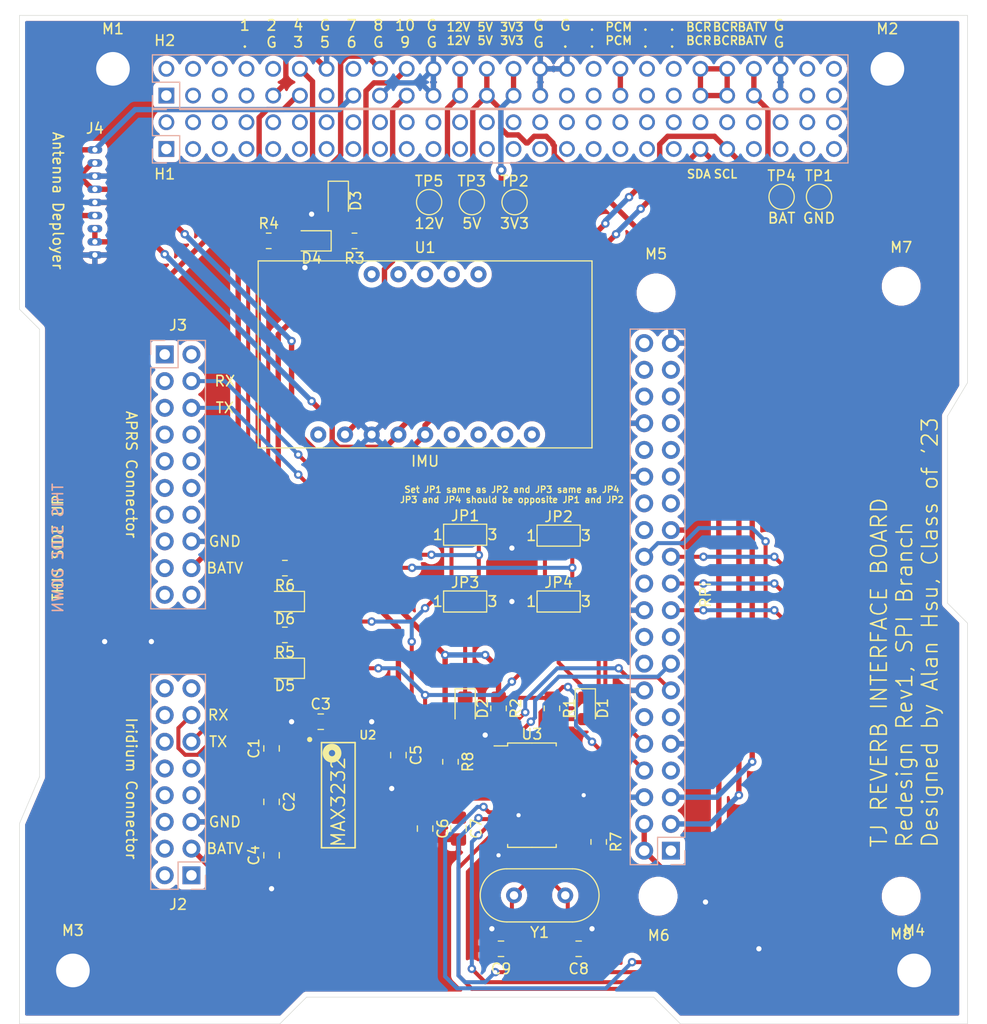
<source format=kicad_pcb>
(kicad_pcb (version 20171130) (host pcbnew "(5.1.9)-1")
  (layers (0 F.Cu signal) (31 B.Cu signal) (34 B.Paste user) (35 F.Paste user) (36 B.SilkS user) (37 F.SilkS user) (38 B.Mask user) (39 F.Mask user) (44 Edge.Cuts user))
  (net 0 "")
  (net 1 "Net-(C1-Pad2)")
  (net 2 "Net-(C1-Pad1)")
  (net 3 "Net-(C2-Pad2)")
  (net 4 "Net-(C2-Pad1)")
  (net 5 "Net-(C3-Pad2)")
  (net 6 GND)
  (net 7 "Net-(C4-Pad2)")
  (net 8 /SW8)
  (net 9 /EPSSCL)
  (net 10 /EPSSDA)
  (net 11 VBUS)
  (net 12 /BCR_OUT)
  (net 13 /PCM_IN)
  (net 14 +3V3)
  (net 15 +5V)
  (net 16 +12V)
  (net 17 /SW6)
  (net 18 /SW4)
  (net 19 /SW3)
  (net 20 /R1OUT)
  (net 21 /T1IN)
  (net 22 /R1IN)
  (net 23 /T1OUT)
  (net 24 /APRSTX)
  (net 25 /APRSRX)
  (net 26 "Net-(C8-Pad1)")
  (net 27 "Net-(D1-Pad2)")
  (net 28 "Net-(D2-Pad2)")
  (net 29 "Net-(D3-Pad2)")
  (net 30 "Net-(D4-Pad2)")
  (net 31 "Net-(D5-Pad2)")
  (net 32 "Net-(D6-Pad2)")
  (net 33 /SW9)
  (net 34 /HWRX)
  (net 35 /HWTX)
  (net 36 /SW10)
  (net 37 "Net-(C9-Pad1)")
  (net 38 /SPIUARTTX)
  (net 39 /SPIUARTRX)
  (net 40 /SPICE0)
  (net 41 /SPISCK)
  (net 42 /SPIMISO)
  (net 43 /SPIMOSI)
  (net 44 "Net-(R7-Pad2)")
  (net 45 "Net-(R8-Pad2)")
  (net 46 /RTS)
  (net 47 /CTS)
  (module Capacitor_SMD:C_0805_2012Metric_Pad1.18x1.45mm_HandSolder (layer F.Cu) (at 148.59 130.175 270)
    (fp_text reference C7 (at 0 -1.68 90) (layer F.SilkS))
    (fp_text value 0.1uF)
    (pad 2 smd roundrect (at 1.0375 0 270) (size 1.175 1.45) (layers F.Cu F.Paste F.Mask) (roundrect_rratio 0.2127659574468085) (net 6 GND))
    (pad 1 smd roundrect (at -1.0375 0 270) (size 1.175 1.45) (layers F.Cu F.Paste F.Mask) (roundrect_rratio 0.2127659574468085) (net 36 /SW10))
  )
  (module Capacitor_SMD:C_0805_2012Metric_Pad1.18x1.45mm_HandSolder (layer F.Cu) (at 145.415 130.175 270)
    (fp_text reference C6 (at 0 -1.68 90) (layer F.SilkS))
    (fp_text value 10uF)
    (pad 2 smd roundrect (at 1.0375 0 270) (size 1.175 1.45) (layers F.Cu F.Paste F.Mask) (roundrect_rratio 0.2127659574468085) (net 6 GND))
    (pad 1 smd roundrect (at -1.0375 0 270) (size 1.175 1.45) (layers F.Cu F.Paste F.Mask) (roundrect_rratio 0.2127659574468085) (net 36 /SW10))
  )
  (module Crystal:Crystal_HC49-U_Vertical (layer F.Cu) (at 158.75 136.525 180)
    (fp_text reference Y1 (at 2.44 -3.525) (layer F.SilkS))
    (fp_text value 1.8432MHz)
    (pad 2 thru_hole circle (at 4.88 0 180) (size 1.5 1.5) (drill 0.8) (layers *.Cu *.Mask) (net 37 "Net-(C9-Pad1)"))
    (pad 1 thru_hole circle (at 0 0 180) (size 1.5 1.5) (drill 0.8) (layers *.Cu *.Mask) (net 26 "Net-(C8-Pad1)"))
  )
  (module Package_SO:TSSOP-28_4.4x9.7mm_P0.65mm (layer F.Cu) (at 155.575 127)
    (fp_text reference U3 (at 0 -5.8) (layer F.SilkS))
    (fp_text value SC16IS752IPW)
    (pad 28 smd roundrect (at 2.8625 -4.225) (size 1.475 0.4) (layers F.Cu F.Paste F.Mask))
    (pad 27 smd roundrect (at 2.8625 -3.575) (size 1.475 0.4) (layers F.Cu F.Paste F.Mask))
    (pad 26 smd roundrect (at 2.8625 -2.925) (size 1.475 0.4) (layers F.Cu F.Paste F.Mask))
    (pad 25 smd roundrect (at 2.8625 -2.275) (size 1.475 0.4) (layers F.Cu F.Paste F.Mask))
    (pad 24 smd roundrect (at 2.8625 -1.625) (size 1.475 0.4) (layers F.Cu F.Paste F.Mask))
    (pad 23 smd roundrect (at 2.8625 -0.975) (size 1.475 0.4) (layers F.Cu F.Paste F.Mask))
    (pad 22 smd roundrect (at 2.8625 -0.325) (size 1.475 0.4) (layers F.Cu F.Paste F.Mask) (net 6 GND))
    (pad 21 smd roundrect (at 2.8625 0.325) (size 1.475 0.4) (layers F.Cu F.Paste F.Mask))
    (pad 20 smd roundrect (at 2.8625 0.975) (size 1.475 0.4) (layers F.Cu F.Paste F.Mask))
    (pad 19 smd roundrect (at 2.8625 1.625) (size 1.475 0.4) (layers F.Cu F.Paste F.Mask))
    (pad 18 smd roundrect (at 2.8625 2.275) (size 1.475 0.4) (layers F.Cu F.Paste F.Mask))
    (pad 17 smd roundrect (at 2.8625 2.925) (size 1.475 0.4) (layers F.Cu F.Paste F.Mask))
    (pad 16 smd roundrect (at 2.8625 3.575) (size 1.475 0.4) (layers F.Cu F.Paste F.Mask))
    (pad 15 smd roundrect (at 2.8625 4.225) (size 1.475 0.4) (layers F.Cu F.Paste F.Mask) (net 44 "Net-(R7-Pad2)"))
    (pad 14 smd roundrect (at -2.8625 4.225) (size 1.475 0.4) (layers F.Cu F.Paste F.Mask) (net 6 GND))
    (pad 13 smd roundrect (at -2.8625 3.575) (size 1.475 0.4) (layers F.Cu F.Paste F.Mask) (net 41 /SPISCK))
    (pad 12 smd roundrect (at -2.8625 2.925) (size 1.475 0.4) (layers F.Cu F.Paste F.Mask) (net 42 /SPIMISO))
    (pad 11 smd roundrect (at -2.8625 2.275) (size 1.475 0.4) (layers F.Cu F.Paste F.Mask) (net 43 /SPIMOSI))
    (pad 10 smd roundrect (at -2.8625 1.625) (size 1.475 0.4) (layers F.Cu F.Paste F.Mask) (net 40 /SPICE0))
    (pad 9 smd roundrect (at -2.8625 0.975) (size 1.475 0.4) (layers F.Cu F.Paste F.Mask) (net 6 GND))
    (pad 8 smd roundrect (at -2.8625 0.325) (size 1.475 0.4) (layers F.Cu F.Paste F.Mask) (net 36 /SW10))
    (pad 7 smd roundrect (at -2.8625 -0.325) (size 1.475 0.4) (layers F.Cu F.Paste F.Mask) (net 37 "Net-(C9-Pad1)"))
    (pad 6 smd roundrect (at -2.8625 -0.975) (size 1.475 0.4) (layers F.Cu F.Paste F.Mask) (net 26 "Net-(C8-Pad1)"))
    (pad 5 smd roundrect (at -2.8625 -1.625) (size 1.475 0.4) (layers F.Cu F.Paste F.Mask) (net 45 "Net-(R8-Pad2)"))
    (pad 4 smd roundrect (at -2.8625 -2.275) (size 1.475 0.4) (layers F.Cu F.Paste F.Mask) (net 39 /SPIUARTRX))
    (pad 3 smd roundrect (at -2.8625 -2.925) (size 1.475 0.4) (layers F.Cu F.Paste F.Mask) (net 38 /SPIUARTTX))
    (pad 2 smd roundrect (at -2.8625 -3.575) (size 1.475 0.4) (layers F.Cu F.Paste F.Mask) (net 47 /CTS))
    (pad 1 smd roundrect (at -2.8625 -4.225) (size 1.475 0.4) (layers F.Cu F.Paste F.Mask) (net 46 /RTS))
  )
  (module Resistor_SMD:R_0805_2012Metric_Pad1.20x1.40mm_HandSolder (layer F.Cu) (at 147.828 123.825 270)
    (fp_text reference R8 (at 0 -1.65 90) (layer F.SilkS))
    (fp_text value 1K)
    (pad 2 smd roundrect (at 1 0 270) (size 1.2 1.4) (layers F.Cu F.Paste F.Mask) (roundrect_rratio 0.2083325) (net 45 "Net-(R8-Pad2)"))
    (pad 1 smd roundrect (at -1 0 270) (size 1.2 1.4) (layers F.Cu F.Paste F.Mask) (roundrect_rratio 0.2083325) (net 36 /SW10))
  )
  (module Resistor_SMD:R_0805_2012Metric_Pad1.20x1.40mm_HandSolder (layer F.Cu) (at 161.925 131.445 270)
    (fp_text reference R7 (at 0 -1.65 90) (layer F.SilkS))
    (fp_text value 1K)
    (pad 2 smd roundrect (at 1 0 270) (size 1.2 1.4) (layers F.Cu F.Paste F.Mask) (roundrect_rratio 0.2083325) (net 44 "Net-(R7-Pad2)"))
    (pad 1 smd roundrect (at -1 0 270) (size 1.2 1.4) (layers F.Cu F.Paste F.Mask) (roundrect_rratio 0.2083325) (net 36 /SW10))
  )
  (module Capacitor_SMD:C_0805_2012Metric_Pad1.18x1.45mm_HandSolder (layer F.Cu) (at 152.6325 141.605 180)
    (fp_text reference C9 (at 0 -1.905) (layer F.SilkS))
    (fp_text value 33pF)
    (pad 2 smd roundrect (at 1.0375 0 180) (size 1.175 1.45) (layers F.Cu F.Paste F.Mask) (roundrect_rratio 0.2127659574468085) (net 6 GND))
    (pad 1 smd roundrect (at -1.0375 0 180) (size 1.175 1.45) (layers F.Cu F.Paste F.Mask) (roundrect_rratio 0.2127659574468085) (net 37 "Net-(C9-Pad1)"))
  )
  (module Capacitor_SMD:C_0805_2012Metric_Pad1.18x1.45mm_HandSolder (layer F.Cu) (at 160.02 141.605)
    (fp_text reference C8 (at 0 1.905) (layer F.SilkS))
    (fp_text value 22pF)
    (pad 2 smd roundrect (at 1.0375 0) (size 1.175 1.45) (layers F.Cu F.Paste F.Mask) (roundrect_rratio 0.2127659574468085) (net 6 GND))
    (pad 1 smd roundrect (at -1.0375 0) (size 1.175 1.45) (layers F.Cu F.Paste F.Mask) (roundrect_rratio 0.2127659574468085) (net 26 "Net-(C8-Pad1)"))
  )
  (module TestPoint:TestPoint_Pad_D2.0mm (layer F.Cu) (at 145.796 70.612)
    (fp_text reference TP5 (at 0 -1.998) (layer F.SilkS))
    (fp_text value 12V)
    (pad 1 smd circle (at 0 0) (size 2 2) (layers F.Cu F.Mask) (net 16 +12V))
  )
  (module TestPoint:TestPoint_Pad_D2.0mm (layer F.Cu) (at 179.324 70.104)
    (fp_text reference TP4 (at 0 -1.998) (layer F.SilkS))
    (fp_text value BAT)
    (pad 1 smd circle (at 0 0) (size 2 2) (layers F.Cu F.Mask) (net 11 VBUS))
  )
  (module TestPoint:TestPoint_Pad_D2.0mm (layer F.Cu) (at 149.86 70.612)
    (fp_text reference TP3 (at 0 -1.998) (layer F.SilkS))
    (fp_text value 5V)
    (pad 1 smd circle (at 0 0) (size 2 2) (layers F.Cu F.Mask) (net 15 +5V))
  )
  (module TestPoint:TestPoint_Pad_D2.0mm (layer F.Cu) (at 153.924 70.612)
    (fp_text reference TP2 (at 0 -1.998) (layer F.SilkS))
    (fp_text value 3V3)
    (pad 1 smd circle (at 0 0) (size 2 2) (layers F.Cu F.Mask) (net 14 +3V3))
  )
  (module TestPoint:TestPoint_Pad_D2.0mm (layer F.Cu) (at 182.88 70.104)
    (fp_text reference TP1 (at 0 -1.998) (layer F.SilkS))
    (fp_text value GND)
    (pad 1 smd circle (at 0 0) (size 2 2) (layers F.Cu F.Mask) (net 6 GND))
  )
  (module MountingHole:MountingHole_2.7mm_M2.5 (layer F.Cu) (at 190.701 136.609)
    (fp_text reference M8 (at 0 3.599) (layer F.SilkS))
    (fp_text value PiMount)
    (pad 1 np_thru_hole circle (at 0 0) (size 2.7 2.7) (drill 2.7) (layers *.Cu *.Mask))
  )
  (module MountingHole:MountingHole_2.7mm_M2.5 (layer F.Cu) (at 190.701 78.609)
    (fp_text reference M7 (at 0 -3.7) (layer F.SilkS))
    (fp_text value PiMount)
    (pad 1 np_thru_hole circle (at 0 0) (size 2.7 2.7) (drill 2.7) (layers *.Cu *.Mask))
  )
  (module MountingHole:MountingHole_2.7mm_M2.5 (layer F.Cu) (at 167.574 136.609)
    (fp_text reference M6 (at 0.066 3.726) (layer F.SilkS))
    (fp_text value PiMount)
    (pad 1 np_thru_hole circle (at 0 0) (size 2.7 2.7) (drill 2.7) (layers *.Cu *.Mask))
  )
  (module MountingHole:MountingHole_2.7mm_M2.5 (layer F.Cu) (at 167.384 79.244)
    (fp_text reference M5 (at 0 -3.7) (layer F.SilkS))
    (fp_text value PiMount)
    (pad 1 np_thru_hole circle (at 0 0) (size 2.7 2.7) (drill 2.7) (layers *.Cu *.Mask))
  )
  (module Resistor_SMD:R_0805_2012Metric_Pad1.20x1.40mm_HandSolder (layer F.Cu) (at 132.08 105.41 180)
    (fp_text reference R6 (at 0 -1.65) (layer F.SilkS))
    (fp_text value 1K)
    (pad 2 smd roundrect (at 1 0 180) (size 1.2 1.4) (layers F.Cu F.Paste F.Mask) (roundrect_rratio 0.2083325) (net 32 "Net-(D6-Pad2)"))
    (pad 1 smd roundrect (at -1 0 180) (size 1.2 1.4) (layers F.Cu F.Paste F.Mask) (roundrect_rratio 0.2083325) (net 8 /SW8))
  )
  (module Resistor_SMD:R_0805_2012Metric_Pad1.20x1.40mm_HandSolder (layer F.Cu) (at 132.08 111.76 180)
    (fp_text reference R5 (at 0 -1.65) (layer F.SilkS))
    (fp_text value 1K)
    (pad 2 smd roundrect (at 1 0 180) (size 1.2 1.4) (layers F.Cu F.Paste F.Mask) (roundrect_rratio 0.2083325) (net 31 "Net-(D5-Pad2)"))
    (pad 1 smd roundrect (at -1 0 180) (size 1.2 1.4) (layers F.Cu F.Paste F.Mask) (roundrect_rratio 0.2083325) (net 8 /SW8))
  )
  (module Resistor_SMD:R_0805_2012Metric_Pad1.20x1.40mm_HandSolder (layer F.Cu) (at 130.54 74.295)
    (fp_text reference R4 (at 0 -1.65) (layer F.SilkS))
    (fp_text value 1K)
    (pad 2 smd roundrect (at 1 0) (size 1.2 1.4) (layers F.Cu F.Paste F.Mask) (roundrect_rratio 0.2083325) (net 30 "Net-(D4-Pad2)"))
    (pad 1 smd roundrect (at -1 0) (size 1.2 1.4) (layers F.Cu F.Paste F.Mask) (roundrect_rratio 0.2083325) (net 8 /SW8))
  )
  (module Resistor_SMD:R_0805_2012Metric_Pad1.20x1.40mm_HandSolder (layer F.Cu) (at 138.7 74.295 180)
    (fp_text reference R3 (at 0 -1.65) (layer F.SilkS))
    (fp_text value 1K)
    (pad 2 smd roundrect (at 1 0 180) (size 1.2 1.4) (layers F.Cu F.Paste F.Mask) (roundrect_rratio 0.2083325) (net 29 "Net-(D3-Pad2)"))
    (pad 1 smd roundrect (at -1 0 180) (size 1.2 1.4) (layers F.Cu F.Paste F.Mask) (roundrect_rratio 0.2083325) (net 36 /SW10))
  )
  (module Resistor_SMD:R_0805_2012Metric_Pad1.20x1.40mm_HandSolder (layer F.Cu) (at 152.4 118.745 270)
    (fp_text reference R2 (at 0 -1.65 90) (layer F.SilkS))
    (fp_text value 1K)
    (pad 2 smd roundrect (at 1 0 270) (size 1.2 1.4) (layers F.Cu F.Paste F.Mask) (roundrect_rratio 0.2083325) (net 28 "Net-(D2-Pad2)"))
    (pad 1 smd roundrect (at -1 0 270) (size 1.2 1.4) (layers F.Cu F.Paste F.Mask) (roundrect_rratio 0.2083325) (net 36 /SW10))
  )
  (module Resistor_SMD:R_0805_2012Metric_Pad1.20x1.40mm_HandSolder (layer F.Cu) (at 157.48 118.745 270)
    (fp_text reference R1 (at 0 -1.65 90) (layer F.SilkS))
    (fp_text value 1K)
    (pad 2 smd roundrect (at 1 0 270) (size 1.2 1.4) (layers F.Cu F.Paste F.Mask) (roundrect_rratio 0.2083325) (net 27 "Net-(D1-Pad2)"))
    (pad 1 smd roundrect (at -1 0 270) (size 1.2 1.4) (layers F.Cu F.Paste F.Mask) (roundrect_rratio 0.2083325) (net 36 /SW10))
  )
  (module Jumper:SolderJumper-3_P1.3mm_Open_Pad1.0x1.5mm_NumberLabels (layer F.Cu) (at 158.115 108.585)
    (fp_text reference JP4 (at 0 -1.8) (layer F.SilkS))
    (fp_text value SPIUARTTX)
    (fp_text user 1 (at -2.6 0) (layer F.SilkS))
    (fp_text user 3 (at 2.6 0) (layer F.SilkS))
    (pad 1 smd rect (at -1.3 0) (size 1 1.5) (layers F.Cu F.Mask) (net 21 /T1IN))
    (pad 2 smd rect (at 0 0) (size 1 1.5) (layers F.Cu F.Mask) (net 38 /SPIUARTTX))
    (pad 3 smd rect (at 1.3 0) (size 1 1.5) (layers F.Cu F.Mask) (net 24 /APRSTX))
  )
  (module Jumper:SolderJumper-3_P1.3mm_Open_Pad1.0x1.5mm_NumberLabels (layer F.Cu) (at 149.225 108.585)
    (fp_text reference JP3 (at 0 -1.8) (layer F.SilkS))
    (fp_text value SPIUARTRX)
    (fp_text user 1 (at -2.6 0) (layer F.SilkS))
    (fp_text user 3 (at 2.6 0) (layer F.SilkS))
    (pad 1 smd rect (at -1.3 0) (size 1 1.5) (layers F.Cu F.Mask) (net 20 /R1OUT))
    (pad 2 smd rect (at 0 0) (size 1 1.5) (layers F.Cu F.Mask) (net 39 /SPIUARTRX))
    (pad 3 smd rect (at 1.3 0) (size 1 1.5) (layers F.Cu F.Mask) (net 25 /APRSRX))
  )
  (module Jumper:SolderJumper-3_P1.3mm_Open_Pad1.0x1.5mm_NumberLabels (layer F.Cu) (at 158.115 102.32)
    (fp_text reference JP2 (at 0 -1.8) (layer F.SilkS))
    (fp_text value HWTX)
    (fp_text user 1 (at -2.6 0) (layer F.SilkS))
    (fp_text user 3 (at 2.6 0) (layer F.SilkS))
    (pad 1 smd rect (at -1.3 0) (size 1 1.5) (layers F.Cu F.Mask) (net 21 /T1IN))
    (pad 2 smd rect (at 0 0) (size 1 1.5) (layers F.Cu F.Mask) (net 35 /HWTX))
    (pad 3 smd rect (at 1.3 0) (size 1 1.5) (layers F.Cu F.Mask) (net 24 /APRSTX))
  )
  (module Jumper:SolderJumper-3_P1.3mm_Open_Pad1.0x1.5mm_NumberLabels (layer F.Cu) (at 149.225 102.235)
    (fp_text reference JP1 (at 0 -1.8) (layer F.SilkS))
    (fp_text value HWRX)
    (fp_text user 1 (at -2.6 0) (layer F.SilkS))
    (fp_text user 3 (at 2.6 0) (layer F.SilkS))
    (pad 1 smd rect (at -1.3 0) (size 1 1.5) (layers F.Cu F.Mask) (net 20 /R1OUT))
    (pad 2 smd rect (at 0 0) (size 1 1.5) (layers F.Cu F.Mask) (net 34 /HWRX))
    (pad 3 smd rect (at 1.3 0) (size 1 1.5) (layers F.Cu F.Mask) (net 25 /APRSRX))
  )
  (module "REVERB Interface:LSM9DS1BOB" (layer F.Cu) (at 145.415 85.09)
    (fp_text reference U1 (at 0 -10.16) (layer F.SilkS))
    (fp_text value LSM9DS1BOB)
    (pad 14 thru_hole circle (at -10.16 7.62) (size 1.524 1.524) (drill 0.762) (layers *.Cu *.Mask))
    (pad 13 thru_hole circle (at -7.62 7.62) (size 1.524 1.524) (drill 0.762) (layers *.Cu *.Mask) (net 33 /SW9))
    (pad 12 thru_hole circle (at -5.08 7.62) (size 1.524 1.524) (drill 0.762) (layers *.Cu *.Mask) (net 6 GND))
    (pad 11 thru_hole circle (at -2.54 7.62) (size 1.524 1.524) (drill 0.762) (layers *.Cu *.Mask) (net 9 /EPSSCL))
    (pad 10 thru_hole circle (at 0 7.62) (size 1.524 1.524) (drill 0.762) (layers *.Cu *.Mask) (net 10 /EPSSDA))
    (pad 9 thru_hole circle (at 2.54 7.62) (size 1.524 1.524) (drill 0.762) (layers *.Cu *.Mask))
    (pad 8 thru_hole circle (at 5.08 7.62) (size 1.524 1.524) (drill 0.762) (layers *.Cu *.Mask))
    (pad 7 thru_hole circle (at 7.62 7.62) (size 1.524 1.524) (drill 0.762) (layers *.Cu *.Mask))
    (pad 6 thru_hole circle (at 10.16 7.62) (size 1.524 1.524) (drill 0.762) (layers *.Cu *.Mask))
    (pad 1 thru_hole circle (at -5.08 -7.62) (size 1.524 1.524) (drill 0.762) (layers *.Cu *.Mask))
    (pad 5 thru_hole circle (at 5.08 -7.62) (size 1.524 1.524) (drill 0.762) (layers *.Cu *.Mask))
    (pad 4 thru_hole circle (at 2.54 -7.62) (size 1.524 1.524) (drill 0.762) (layers *.Cu *.Mask))
    (pad 3 thru_hole circle (at 0 -7.62) (size 1.524 1.524) (drill 0.762) (layers *.Cu *.Mask))
    (pad 2 thru_hole circle (at -2.54 -7.62) (size 1.524 1.524) (drill 0.762) (layers *.Cu *.Mask))
  )
  (module LED_SMD:LED_0805_2012Metric_Pad1.15x1.40mm_HandSolder (layer F.Cu) (at 132.08 108.585 180)
    (fp_text reference D6 (at 0 -1.65) (layer F.SilkS))
    (fp_text value GREEN)
    (pad 2 smd roundrect (at 1.025 0 180) (size 1.15 1.4) (layers F.Cu F.Paste F.Mask) (roundrect_rratio 0.2173904347826087) (net 32 "Net-(D6-Pad2)"))
    (pad 1 smd roundrect (at -1.025 0 180) (size 1.15 1.4) (layers F.Cu F.Paste F.Mask) (roundrect_rratio 0.2173904347826087) (net 20 /R1OUT))
  )
  (module LED_SMD:LED_0805_2012Metric_Pad1.15x1.40mm_HandSolder (layer F.Cu) (at 132.08 114.935 180)
    (fp_text reference D5 (at 0 -1.65) (layer F.SilkS))
    (fp_text value RED)
    (pad 2 smd roundrect (at 1.025 0 180) (size 1.15 1.4) (layers F.Cu F.Paste F.Mask) (roundrect_rratio 0.2173904347826087) (net 31 "Net-(D5-Pad2)"))
    (pad 1 smd roundrect (at -1.025 0 180) (size 1.15 1.4) (layers F.Cu F.Paste F.Mask) (roundrect_rratio 0.2173904347826087) (net 21 /T1IN))
  )
  (module LED_SMD:LED_0805_2012Metric_Pad1.15x1.40mm_HandSolder (layer F.Cu) (at 134.62 74.295 180)
    (fp_text reference D4 (at 0 -1.65) (layer F.SilkS))
    (fp_text value RED)
    (pad 2 smd roundrect (at 1.025 0 180) (size 1.15 1.4) (layers F.Cu F.Paste F.Mask) (roundrect_rratio 0.2173904347826087) (net 30 "Net-(D4-Pad2)"))
    (pad 1 smd roundrect (at -1.025 0 180) (size 1.15 1.4) (layers F.Cu F.Paste F.Mask) (roundrect_rratio 0.2173904347826087) (net 6 GND))
  )
  (module LED_SMD:LED_0805_2012Metric_Pad1.15x1.40mm_HandSolder (layer F.Cu) (at 137.16 70.485 270)
    (fp_text reference D3 (at 0 -1.65 90) (layer F.SilkS))
    (fp_text value RED)
    (pad 2 smd roundrect (at 1.025 0 270) (size 1.15 1.4) (layers F.Cu F.Paste F.Mask) (roundrect_rratio 0.2173904347826087) (net 29 "Net-(D3-Pad2)"))
    (pad 1 smd roundrect (at -1.025 0 270) (size 1.15 1.4) (layers F.Cu F.Paste F.Mask) (roundrect_rratio 0.2173904347826087) (net 6 GND))
  )
  (module LED_SMD:LED_0805_2012Metric_Pad1.15x1.40mm_HandSolder (layer F.Cu) (at 149.225 118.745 270)
    (fp_text reference D2 (at 0 -1.65 90) (layer F.SilkS))
    (fp_text value GREEN)
    (pad 2 smd roundrect (at 1.025 0 270) (size 1.15 1.4) (layers F.Cu F.Paste F.Mask) (roundrect_rratio 0.2173904347826087) (net 28 "Net-(D2-Pad2)"))
    (pad 1 smd roundrect (at -1.025 0 270) (size 1.15 1.4) (layers F.Cu F.Paste F.Mask) (roundrect_rratio 0.2173904347826087) (net 39 /SPIUARTRX))
  )
  (module LED_SMD:LED_0805_2012Metric_Pad1.15x1.40mm_HandSolder (layer F.Cu) (at 160.655 118.745 270)
    (fp_text reference D1 (at 0 -1.65 90) (layer F.SilkS))
    (fp_text value RED)
    (pad 2 smd roundrect (at 1.025 0 270) (size 1.15 1.4) (layers F.Cu F.Paste F.Mask) (roundrect_rratio 0.2173904347826087) (net 27 "Net-(D1-Pad2)"))
    (pad 1 smd roundrect (at -1.025 0 270) (size 1.15 1.4) (layers F.Cu F.Paste F.Mask) (roundrect_rratio 0.2173904347826087) (net 38 /SPIUARTTX))
  )
  (module "REVERB Interface:Texas_Instruments-MAX3232ID" (layer F.Cu) (at 137.16 127)
    (fp_text reference U2 (at 1.905 -5.715) (layer F.SilkS) (effects (font (size 0.800001 0.800001)) (justify left)))
    (fp_text value MAX3232 (at 0 0.635 90) (layer F.SilkS) (effects (font (size 1.27 1.27))))
    (pad 1 smd roundrect (at -2.725001 -4.445 270) (size 0.599999 1.45) (layers F.Cu F.Paste F.Mask) (roundrect_rratio 0.3399955666592778) (net 1 "Net-(C1-Pad2)"))
    (pad 2 smd roundrect (at -2.725001 -3.175 270) (size 0.599999 1.45) (layers F.Cu F.Paste F.Mask) (roundrect_rratio 0.3399955666592778) (net 5 "Net-(C3-Pad2)"))
    (pad 3 smd roundrect (at -2.725001 -1.905 270) (size 0.599999 1.45) (layers F.Cu F.Paste F.Mask) (roundrect_rratio 0.3399955666592778) (net 2 "Net-(C1-Pad1)"))
    (pad 4 smd roundrect (at -2.725001 -0.635 270) (size 0.599999 1.45) (layers F.Cu F.Paste F.Mask) (roundrect_rratio 0.3399955666592778) (net 4 "Net-(C2-Pad1)"))
    (pad 5 smd roundrect (at -2.725001 0.635 270) (size 0.599999 1.45) (layers F.Cu F.Paste F.Mask) (roundrect_rratio 0.3399955666592778) (net 3 "Net-(C2-Pad2)"))
    (pad 6 smd roundrect (at -2.725001 1.905 270) (size 0.599999 1.45) (layers F.Cu F.Paste F.Mask) (roundrect_rratio 0.3399955666592778) (net 7 "Net-(C4-Pad2)"))
    (pad 7 smd roundrect (at -2.725001 3.175 270) (size 0.599999 1.45) (layers F.Cu F.Paste F.Mask) (roundrect_rratio 0.3399955666592778))
    (pad 8 smd roundrect (at -2.725001 4.445 270) (size 0.599999 1.45) (layers F.Cu F.Paste F.Mask) (roundrect_rratio 0.3399955666592778))
    (pad 16 smd roundrect (at 2.724998 -4.445 270) (size 0.599999 1.45) (layers F.Cu F.Paste F.Mask) (roundrect_rratio 0.3399955666592778) (net 8 /SW8))
    (pad 15 smd roundrect (at 2.724998 -3.175 270) (size 0.599999 1.45) (layers F.Cu F.Paste F.Mask) (roundrect_rratio 0.3399955666592778) (net 6 GND))
    (pad 14 smd roundrect (at 2.724998 -1.905 270) (size 0.599999 1.45) (layers F.Cu F.Paste F.Mask) (roundrect_rratio 0.3399955666592778) (net 23 /T1OUT))
    (pad 13 smd roundrect (at 2.724998 -0.635 270) (size 0.599999 1.45) (layers F.Cu F.Paste F.Mask) (roundrect_rratio 0.3399955666592778) (net 22 /R1IN))
    (pad 12 smd roundrect (at 2.724998 0.635 270) (size 0.599999 1.45) (layers F.Cu F.Paste F.Mask) (roundrect_rratio 0.3399955666592778) (net 20 /R1OUT))
    (pad 11 smd roundrect (at 2.724998 1.905 270) (size 0.599999 1.45) (layers F.Cu F.Paste F.Mask) (roundrect_rratio 0.3399955666592778) (net 21 /T1IN))
    (pad 10 smd roundrect (at 2.724998 3.175 270) (size 0.599999 1.45) (layers F.Cu F.Paste F.Mask) (roundrect_rratio 0.3399955666592778))
    (pad 9 smd roundrect (at 2.724998 4.445 270) (size 0.599999 1.45) (layers F.Cu F.Paste F.Mask) (roundrect_rratio 0.3399955666592778))
  )
  (module MountingHole:MountingHole_3.2mm_M3_DIN965_Pad_TopBottom (layer F.Cu) (at 191.926 143.664)
    (fp_text reference M4 (at 0 -3.8) (layer F.SilkS))
    (fp_text value MountingHole_Pad)
    (pad 1 connect circle (at 0 0) (size 5.6 5.6) (layers B.Cu B.Mask) (net 6 GND))
    (pad 1 connect circle (at 0 0) (size 5.6 5.6) (layers F.Cu F.Mask) (net 6 GND))
    (pad 1 thru_hole circle (at 0 0) (size 3.6 3.6) (drill 3.2) (layers *.Cu *.Mask) (net 6 GND))
  )
  (module MountingHole:MountingHole_3.2mm_M3_DIN965_Pad_TopBottom (layer F.Cu) (at 111.916 143.664)
    (fp_text reference M3 (at 0 -3.8) (layer F.SilkS))
    (fp_text value MountingHole_Pad)
    (pad 1 connect circle (at 0 0) (size 5.6 5.6) (layers B.Cu B.Mask) (net 6 GND))
    (pad 1 connect circle (at 0 0) (size 5.6 5.6) (layers F.Cu F.Mask) (net 6 GND))
    (pad 1 thru_hole circle (at 0 0) (size 3.6 3.6) (drill 3.2) (layers *.Cu *.Mask) (net 6 GND))
  )
  (module MountingHole:MountingHole_3.2mm_M3_DIN965_Pad_TopBottom (layer F.Cu) (at 189.386 57.939)
    (fp_text reference M2 (at 0 -3.8) (layer F.SilkS))
    (fp_text value MountingHole_Pad)
    (pad 1 connect circle (at 0 0) (size 5.6 5.6) (layers B.Cu B.Mask) (net 6 GND))
    (pad 1 connect circle (at 0 0) (size 5.6 5.6) (layers F.Cu F.Mask) (net 6 GND))
    (pad 1 thru_hole circle (at 0 0) (size 3.6 3.6) (drill 3.2) (layers *.Cu *.Mask) (net 6 GND))
  )
  (module MountingHole:MountingHole_3.2mm_M3_DIN965_Pad_TopBottom (layer F.Cu) (at 115.726 57.939)
    (fp_text reference M1 (at 0 -3.8) (layer F.SilkS))
    (fp_text value MountingHole_Pad)
    (pad 1 connect circle (at 0 0) (size 5.6 5.6) (layers B.Cu B.Mask) (net 6 GND))
    (pad 1 connect circle (at 0 0) (size 5.6 5.6) (layers F.Cu F.Mask) (net 6 GND))
    (pad 1 thru_hole circle (at 0 0) (size 3.6 3.6) (drill 3.2) (layers *.Cu *.Mask) (net 6 GND))
  )
  (module "REVERB Interface:1.25mmPitchHeader" (layer F.Cu) (at 114.006 65.639)
    (fp_text reference J4 (at 0 -2.04) (layer F.SilkS))
    (fp_text value Antenna)
    (pad 9 thru_hole oval (at 0 10) (size 1.4 0.7) (drill 0.5) (layers *.Cu *.Mask) (net 6 GND))
    (pad 8 thru_hole oval (at 0 8.75) (size 1.4 0.7) (drill 0.5) (layers *.Cu *.Mask) (net 9 /EPSSCL))
    (pad 7 thru_hole oval (at 0 7.5) (size 1.4 0.7) (drill 0.5) (layers *.Cu *.Mask) (net 9 /EPSSCL))
    (pad 6 thru_hole oval (at 0 6.25) (size 1.4 0.7) (drill 0.5) (layers *.Cu *.Mask) (net 17 /SW6))
    (pad 5 thru_hole oval (at 0 5) (size 1.4 0.7) (drill 0.5) (layers *.Cu *.Mask) (net 6 GND))
    (pad 4 thru_hole oval (at 0 3.75) (size 1.4 0.7) (drill 0.5) (layers *.Cu *.Mask) (net 10 /EPSSDA))
    (pad 3 thru_hole oval (at 0 2.5) (size 1.4 0.7) (drill 0.5) (layers *.Cu *.Mask) (net 6 GND))
    (pad 2 thru_hole oval (at 0 1.25) (size 1.4 0.7) (drill 0.5) (layers *.Cu *.Mask) (net 10 /EPSSDA))
    (pad 1 thru_hole oval (at 0 0) (size 1.4 0.7) (drill 0.5) (layers *.Cu *.Mask) (net 17 /SW6))
  )
  (module Connector_PinSocket_2.54mm:PinSocket_2x10_P2.54mm_Vertical (layer B.Cu) (at 120.65 85.09 180)
    (fp_text reference J3 (at -1.27 2.77) (layer F.SilkS))
    (fp_text value APRS)
    (pad 20 thru_hole oval (at -2.54 -22.86 180) (size 1.7 1.7) (drill 1) (layers *.Cu *.Mask))
    (pad 19 thru_hole oval (at 0 -22.86 180) (size 1.7 1.7) (drill 1) (layers *.Cu *.Mask))
    (pad 18 thru_hole oval (at -2.54 -20.32 180) (size 1.7 1.7) (drill 1) (layers *.Cu *.Mask) (net 18 /SW4))
    (pad 17 thru_hole oval (at 0 -20.32 180) (size 1.7 1.7) (drill 1) (layers *.Cu *.Mask))
    (pad 16 thru_hole oval (at -2.54 -17.78 180) (size 1.7 1.7) (drill 1) (layers *.Cu *.Mask) (net 6 GND))
    (pad 15 thru_hole oval (at 0 -17.78 180) (size 1.7 1.7) (drill 1) (layers *.Cu *.Mask))
    (pad 14 thru_hole oval (at -2.54 -15.24 180) (size 1.7 1.7) (drill 1) (layers *.Cu *.Mask))
    (pad 13 thru_hole oval (at 0 -15.24 180) (size 1.7 1.7) (drill 1) (layers *.Cu *.Mask))
    (pad 12 thru_hole oval (at -2.54 -12.7 180) (size 1.7 1.7) (drill 1) (layers *.Cu *.Mask))
    (pad 11 thru_hole oval (at 0 -12.7 180) (size 1.7 1.7) (drill 1) (layers *.Cu *.Mask))
    (pad 10 thru_hole oval (at -2.54 -10.16 180) (size 1.7 1.7) (drill 1) (layers *.Cu *.Mask))
    (pad 9 thru_hole oval (at 0 -10.16 180) (size 1.7 1.7) (drill 1) (layers *.Cu *.Mask))
    (pad 8 thru_hole oval (at -2.54 -7.62 180) (size 1.7 1.7) (drill 1) (layers *.Cu *.Mask))
    (pad 7 thru_hole oval (at 0 -7.62 180) (size 1.7 1.7) (drill 1) (layers *.Cu *.Mask))
    (pad 6 thru_hole oval (at -2.54 -5.08 180) (size 1.7 1.7) (drill 1) (layers *.Cu *.Mask) (net 24 /APRSTX))
    (pad 5 thru_hole oval (at 0 -5.08 180) (size 1.7 1.7) (drill 1) (layers *.Cu *.Mask))
    (pad 4 thru_hole oval (at -2.54 -2.54 180) (size 1.7 1.7) (drill 1) (layers *.Cu *.Mask) (net 25 /APRSRX))
    (pad 3 thru_hole oval (at 0 -2.54 180) (size 1.7 1.7) (drill 1) (layers *.Cu *.Mask))
    (pad 2 thru_hole oval (at -2.54 0 180) (size 1.7 1.7) (drill 1) (layers *.Cu *.Mask))
    (pad 1 thru_hole rect (at 0 0 180) (size 1.7 1.7) (drill 1) (layers *.Cu *.Mask))
  )
  (module Connector_PinSocket_2.54mm:PinSocket_2x08_P2.54mm_Vertical (layer B.Cu) (at 123.19 134.62)
    (fp_text reference J2 (at -1.27 2.77) (layer F.SilkS))
    (fp_text value Iridium)
    (pad 16 thru_hole oval (at -2.54 -17.78) (size 1.7 1.7) (drill 1) (layers *.Cu *.Mask))
    (pad 15 thru_hole oval (at 0 -17.78) (size 1.7 1.7) (drill 1) (layers *.Cu *.Mask))
    (pad 14 thru_hole oval (at -2.54 -15.24) (size 1.7 1.7) (drill 1) (layers *.Cu *.Mask))
    (pad 13 thru_hole oval (at 0 -15.24) (size 1.7 1.7) (drill 1) (layers *.Cu *.Mask) (net 22 /R1IN))
    (pad 12 thru_hole oval (at -2.54 -12.7) (size 1.7 1.7) (drill 1) (layers *.Cu *.Mask))
    (pad 11 thru_hole oval (at 0 -12.7) (size 1.7 1.7) (drill 1) (layers *.Cu *.Mask) (net 23 /T1OUT))
    (pad 10 thru_hole oval (at -2.54 -10.16) (size 1.7 1.7) (drill 1) (layers *.Cu *.Mask))
    (pad 9 thru_hole oval (at 0 -10.16) (size 1.7 1.7) (drill 1) (layers *.Cu *.Mask))
    (pad 8 thru_hole oval (at -2.54 -7.62) (size 1.7 1.7) (drill 1) (layers *.Cu *.Mask))
    (pad 7 thru_hole oval (at 0 -7.62) (size 1.7 1.7) (drill 1) (layers *.Cu *.Mask))
    (pad 6 thru_hole oval (at -2.54 -5.08) (size 1.7 1.7) (drill 1) (layers *.Cu *.Mask))
    (pad 5 thru_hole oval (at 0 -5.08) (size 1.7 1.7) (drill 1) (layers *.Cu *.Mask) (net 6 GND))
    (pad 4 thru_hole oval (at -2.54 -2.54) (size 1.7 1.7) (drill 1) (layers *.Cu *.Mask))
    (pad 3 thru_hole oval (at 0 -2.54) (size 1.7 1.7) (drill 1) (layers *.Cu *.Mask) (net 19 /SW3))
    (pad 2 thru_hole oval (at -2.54 0) (size 1.7 1.7) (drill 1) (layers *.Cu *.Mask))
    (pad 1 thru_hole rect (at 0 0) (size 1.7 1.7) (drill 1) (layers *.Cu *.Mask))
  )
  (module Connector_PinSocket_2.54mm:PinSocket_2x20_P2.54mm_Vertical (layer B.Cu) (at 168.796 132.274)
    (fp_text reference J1)
    (fp_text value RPiZeroW)
    (pad 40 thru_hole oval (at -2.54 -48.26) (size 1.7 1.7) (drill 1) (layers *.Cu *.Mask))
    (pad 39 thru_hole oval (at 0 -48.26) (size 1.7 1.7) (drill 1) (layers *.Cu *.Mask) (net 6 GND))
    (pad 38 thru_hole oval (at -2.54 -45.72) (size 1.7 1.7) (drill 1) (layers *.Cu *.Mask))
    (pad 37 thru_hole oval (at 0 -45.72) (size 1.7 1.7) (drill 1) (layers *.Cu *.Mask))
    (pad 36 thru_hole oval (at -2.54 -43.18) (size 1.7 1.7) (drill 1) (layers *.Cu *.Mask))
    (pad 35 thru_hole oval (at 0 -43.18) (size 1.7 1.7) (drill 1) (layers *.Cu *.Mask))
    (pad 34 thru_hole oval (at -2.54 -40.64) (size 1.7 1.7) (drill 1) (layers *.Cu *.Mask) (net 6 GND))
    (pad 33 thru_hole oval (at 0 -40.64) (size 1.7 1.7) (drill 1) (layers *.Cu *.Mask))
    (pad 32 thru_hole oval (at -2.54 -38.1) (size 1.7 1.7) (drill 1) (layers *.Cu *.Mask))
    (pad 31 thru_hole oval (at 0 -38.1) (size 1.7 1.7) (drill 1) (layers *.Cu *.Mask))
    (pad 30 thru_hole oval (at -2.54 -35.56) (size 1.7 1.7) (drill 1) (layers *.Cu *.Mask) (net 6 GND))
    (pad 29 thru_hole oval (at 0 -35.56) (size 1.7 1.7) (drill 1) (layers *.Cu *.Mask))
    (pad 28 thru_hole oval (at -2.54 -33.02) (size 1.7 1.7) (drill 1) (layers *.Cu *.Mask))
    (pad 27 thru_hole oval (at 0 -33.02) (size 1.7 1.7) (drill 1) (layers *.Cu *.Mask))
    (pad 26 thru_hole oval (at -2.54 -30.48) (size 1.7 1.7) (drill 1) (layers *.Cu *.Mask))
    (pad 25 thru_hole oval (at 0 -30.48) (size 1.7 1.7) (drill 1) (layers *.Cu *.Mask) (net 6 GND))
    (pad 24 thru_hole oval (at -2.54 -27.94) (size 1.7 1.7) (drill 1) (layers *.Cu *.Mask) (net 40 /SPICE0))
    (pad 23 thru_hole oval (at 0 -27.94) (size 1.7 1.7) (drill 1) (layers *.Cu *.Mask) (net 41 /SPISCK))
    (pad 22 thru_hole oval (at -2.54 -25.4) (size 1.7 1.7) (drill 1) (layers *.Cu *.Mask))
    (pad 21 thru_hole oval (at 0 -25.4) (size 1.7 1.7) (drill 1) (layers *.Cu *.Mask) (net 42 /SPIMISO))
    (pad 20 thru_hole oval (at -2.54 -22.86) (size 1.7 1.7) (drill 1) (layers *.Cu *.Mask) (net 6 GND))
    (pad 19 thru_hole oval (at 0 -22.86) (size 1.7 1.7) (drill 1) (layers *.Cu *.Mask) (net 43 /SPIMOSI))
    (pad 18 thru_hole oval (at -2.54 -20.32) (size 1.7 1.7) (drill 1) (layers *.Cu *.Mask))
    (pad 17 thru_hole oval (at 0 -20.32) (size 1.7 1.7) (drill 1) (layers *.Cu *.Mask))
    (pad 16 thru_hole oval (at -2.54 -17.78) (size 1.7 1.7) (drill 1) (layers *.Cu *.Mask))
    (pad 15 thru_hole oval (at 0 -17.78) (size 1.7 1.7) (drill 1) (layers *.Cu *.Mask) (net 46 /RTS))
    (pad 14 thru_hole oval (at -2.54 -15.24) (size 1.7 1.7) (drill 1) (layers *.Cu *.Mask) (net 6 GND))
    (pad 13 thru_hole oval (at 0 -15.24) (size 1.7 1.7) (drill 1) (layers *.Cu *.Mask) (net 47 /CTS))
    (pad 12 thru_hole oval (at -2.54 -12.7) (size 1.7 1.7) (drill 1) (layers *.Cu *.Mask))
    (pad 11 thru_hole oval (at 0 -12.7) (size 1.7 1.7) (drill 1) (layers *.Cu *.Mask))
    (pad 10 thru_hole oval (at -2.54 -10.16) (size 1.7 1.7) (drill 1) (layers *.Cu *.Mask) (net 34 /HWRX))
    (pad 9 thru_hole oval (at 0 -10.16) (size 1.7 1.7) (drill 1) (layers *.Cu *.Mask) (net 6 GND))
    (pad 8 thru_hole oval (at -2.54 -7.62) (size 1.7 1.7) (drill 1) (layers *.Cu *.Mask) (net 35 /HWTX))
    (pad 7 thru_hole oval (at 0 -7.62) (size 1.7 1.7) (drill 1) (layers *.Cu *.Mask))
    (pad 6 thru_hole oval (at -2.54 -5.08) (size 1.7 1.7) (drill 1) (layers *.Cu *.Mask) (net 6 GND))
    (pad 5 thru_hole oval (at 0 -5.08) (size 1.7 1.7) (drill 1) (layers *.Cu *.Mask) (net 9 /EPSSCL))
    (pad 4 thru_hole oval (at -2.54 -2.54) (size 1.7 1.7) (drill 1) (layers *.Cu *.Mask) (net 15 +5V))
    (pad 3 thru_hole oval (at 0 -2.54) (size 1.7 1.7) (drill 1) (layers *.Cu *.Mask) (net 10 /EPSSDA))
    (pad 2 thru_hole oval (at -2.54 0) (size 1.7 1.7) (drill 1) (layers *.Cu *.Mask) (net 15 +5V))
    (pad 1 thru_hole rect (at 0 0) (size 1.7 1.7) (drill 1) (layers *.Cu *.Mask))
  )
  (module "REVERB Interface:PinSocket_2x26_P2.54mm_Vertical" (layer B.Cu) (at 120.806 60.479 270)
    (fp_text reference H2 (at -5.234 0.156) (layer F.SilkS))
    (fp_text value "EPS Stack Header 1")
    (pad 52 thru_hole oval (at -2.54 -63.5 270) (size 1.5 1.5) (drill 1) (layers *.Cu *.Mask))
    (pad 51 thru_hole oval (at 0 -63.5 270) (size 1.5 1.5) (drill 1) (layers *.Cu *.Mask))
    (pad 50 thru_hole oval (at -2.54 -60.96 270) (size 1.5 1.5) (drill 1) (layers *.Cu *.Mask))
    (pad 49 thru_hole oval (at 0 -60.96 270) (size 1.5 1.5) (drill 1) (layers *.Cu *.Mask))
    (pad 48 thru_hole oval (at -2.54 -58.42 270) (size 1.5 1.5) (drill 1) (layers *.Cu *.Mask) (net 6 GND))
    (pad 47 thru_hole oval (at 0 -58.42 270) (size 1.5 1.5) (drill 1) (layers *.Cu *.Mask) (net 6 GND))
    (pad 46 thru_hole oval (at -2.54 -55.88 270) (size 1.5 1.5) (drill 1) (layers *.Cu *.Mask) (net 11 VBUS))
    (pad 45 thru_hole oval (at 0 -55.88 270) (size 1.5 1.5) (drill 1) (layers *.Cu *.Mask) (net 11 VBUS))
    (pad 44 thru_hole oval (at -2.54 -53.34 270) (size 1.5 1.5) (drill 1) (layers *.Cu *.Mask) (net 12 /BCR_OUT))
    (pad 43 thru_hole oval (at 0 -53.34 270) (size 1.5 1.5) (drill 1) (layers *.Cu *.Mask) (net 12 /BCR_OUT))
    (pad 42 thru_hole oval (at -2.54 -50.8 270) (size 1.5 1.5) (drill 1) (layers *.Cu *.Mask) (net 12 /BCR_OUT))
    (pad 41 thru_hole oval (at 0 -50.8 270) (size 1.5 1.5) (drill 1) (layers *.Cu *.Mask) (net 12 /BCR_OUT))
    (pad 40 thru_hole oval (at -2.54 -48.26 270) (size 1.5 1.5) (drill 1) (layers *.Cu *.Mask))
    (pad 39 thru_hole oval (at 0 -48.26 270) (size 1.5 1.5) (drill 1) (layers *.Cu *.Mask))
    (pad 38 thru_hole oval (at -2.54 -45.72 270) (size 1.5 1.5) (drill 1) (layers *.Cu *.Mask))
    (pad 37 thru_hole oval (at 0 -45.72 270) (size 1.5 1.5) (drill 1) (layers *.Cu *.Mask))
    (pad 36 thru_hole oval (at -2.54 -43.18 270) (size 1.5 1.5) (drill 1) (layers *.Cu *.Mask) (net 13 /PCM_IN))
    (pad 35 thru_hole oval (at 0 -43.18 270) (size 1.5 1.5) (drill 1) (layers *.Cu *.Mask) (net 13 /PCM_IN))
    (pad 34 thru_hole oval (at -2.54 -40.64 270) (size 1.5 1.5) (drill 1) (layers *.Cu *.Mask))
    (pad 33 thru_hole oval (at 0 -40.64 270) (size 1.5 1.5) (drill 1) (layers *.Cu *.Mask))
    (pad 32 thru_hole oval (at -2.54 -38.1 270) (size 1.5 1.5) (drill 1) (layers *.Cu *.Mask) (net 6 GND))
    (pad 31 thru_hole oval (at 0 -38.1 270) (size 1.5 1.5) (drill 1) (layers *.Cu *.Mask))
    (pad 30 thru_hole oval (at -2.54 -35.56 270) (size 1.5 1.5) (drill 1) (layers *.Cu *.Mask) (net 6 GND))
    (pad 29 thru_hole oval (at 0 -35.56 270) (size 1.5 1.5) (drill 1) (layers *.Cu *.Mask) (net 6 GND))
    (pad 28 thru_hole oval (at -2.54 -33.02 270) (size 1.5 1.5) (drill 1) (layers *.Cu *.Mask) (net 14 +3V3))
    (pad 27 thru_hole oval (at 0 -33.02 270) (size 1.5 1.5) (drill 1) (layers *.Cu *.Mask) (net 14 +3V3))
    (pad 26 thru_hole oval (at -2.54 -30.48 270) (size 1.5 1.5) (drill 1) (layers *.Cu *.Mask) (net 15 +5V))
    (pad 25 thru_hole oval (at 0 -30.48 270) (size 1.5 1.5) (drill 1) (layers *.Cu *.Mask) (net 15 +5V))
    (pad 24 thru_hole oval (at -2.54 -27.94 270) (size 1.5 1.5) (drill 1) (layers *.Cu *.Mask) (net 16 +12V))
    (pad 23 thru_hole oval (at 0 -27.94 270) (size 1.5 1.5) (drill 1) (layers *.Cu *.Mask) (net 16 +12V))
    (pad 22 thru_hole oval (at -2.54 -25.4 270) (size 1.5 1.5) (drill 1) (layers *.Cu *.Mask) (net 6 GND))
    (pad 21 thru_hole oval (at 0 -25.4 270) (size 1.5 1.5) (drill 1) (layers *.Cu *.Mask) (net 6 GND))
    (pad 20 thru_hole oval (at -2.54 -22.86 270) (size 1.5 1.5) (drill 1) (layers *.Cu *.Mask) (net 36 /SW10))
    (pad 19 thru_hole oval (at 0 -22.86 270) (size 1.5 1.5) (drill 1) (layers *.Cu *.Mask) (net 33 /SW9))
    (pad 18 thru_hole oval (at -2.54 -20.32 270) (size 1.5 1.5) (drill 1) (layers *.Cu *.Mask) (net 8 /SW8))
    (pad 17 thru_hole oval (at 0 -20.32 270) (size 1.5 1.5) (drill 1) (layers *.Cu *.Mask) (net 6 GND))
    (pad 16 thru_hole oval (at -2.54 -17.78 270) (size 1.5 1.5) (drill 1) (layers *.Cu *.Mask))
    (pad 15 thru_hole oval (at 0 -17.78 270) (size 1.5 1.5) (drill 1) (layers *.Cu *.Mask) (net 17 /SW6))
    (pad 14 thru_hole oval (at -2.54 -15.24 270) (size 1.5 1.5) (drill 1) (layers *.Cu *.Mask) (net 6 GND))
    (pad 13 thru_hole oval (at 0 -15.24 270) (size 1.5 1.5) (drill 1) (layers *.Cu *.Mask))
    (pad 12 thru_hole oval (at -2.54 -12.7 270) (size 1.5 1.5) (drill 1) (layers *.Cu *.Mask) (net 18 /SW4))
    (pad 11 thru_hole oval (at 0 -12.7 270) (size 1.5 1.5) (drill 1) (layers *.Cu *.Mask) (net 19 /SW3))
    (pad 10 thru_hole oval (at -2.54 -10.16 270) (size 1.5 1.5) (drill 1) (layers *.Cu *.Mask))
    (pad 9 thru_hole oval (at 0 -10.16 270) (size 1.5 1.5) (drill 1) (layers *.Cu *.Mask) (net 6 GND))
    (pad 8 thru_hole oval (at -2.54 -7.62 270) (size 1.5 1.5) (drill 1) (layers *.Cu *.Mask))
    (pad 7 thru_hole oval (at 0 -7.62 270) (size 1.5 1.5) (drill 1) (layers *.Cu *.Mask))
    (pad 6 thru_hole oval (at -2.54 -5.08 270) (size 1.5 1.5) (drill 1) (layers *.Cu *.Mask))
    (pad 5 thru_hole oval (at 0 -5.08 270) (size 1.5 1.5) (drill 1) (layers *.Cu *.Mask))
    (pad 4 thru_hole oval (at -2.54 -2.54 270) (size 1.5 1.5) (drill 1) (layers *.Cu *.Mask))
    (pad 3 thru_hole oval (at 0 -2.54 270) (size 1.5 1.5) (drill 1) (layers *.Cu *.Mask))
    (pad 2 thru_hole oval (at -2.54 0 270) (size 1.5 1.5) (drill 1) (layers *.Cu *.Mask))
    (pad 1 thru_hole rect (at 0 0 270) (size 1.5 1.5) (drill 1) (layers *.Cu *.Mask))
  )
  (module "REVERB Interface:PinSocket_2x26_P2.54mm_Vertical" (layer B.Cu) (at 120.806 65.559 270)
    (fp_text reference H1 (at 2.386 0.156) (layer F.SilkS))
    (fp_text value "EPS Stack Header 2")
    (pad 52 thru_hole oval (at -2.54 -63.5 270) (size 1.5 1.5) (drill 1) (layers *.Cu *.Mask))
    (pad 51 thru_hole oval (at 0 -63.5 270) (size 1.5 1.5) (drill 1) (layers *.Cu *.Mask))
    (pad 50 thru_hole oval (at -2.54 -60.96 270) (size 1.5 1.5) (drill 1) (layers *.Cu *.Mask))
    (pad 49 thru_hole oval (at 0 -60.96 270) (size 1.5 1.5) (drill 1) (layers *.Cu *.Mask))
    (pad 48 thru_hole oval (at -2.54 -58.42 270) (size 1.5 1.5) (drill 1) (layers *.Cu *.Mask))
    (pad 47 thru_hole oval (at 0 -58.42 270) (size 1.5 1.5) (drill 1) (layers *.Cu *.Mask))
    (pad 46 thru_hole oval (at -2.54 -55.88 270) (size 1.5 1.5) (drill 1) (layers *.Cu *.Mask))
    (pad 45 thru_hole oval (at 0 -55.88 270) (size 1.5 1.5) (drill 1) (layers *.Cu *.Mask))
    (pad 44 thru_hole oval (at -2.54 -53.34 270) (size 1.5 1.5) (drill 1) (layers *.Cu *.Mask))
    (pad 43 thru_hole oval (at 0 -53.34 270) (size 1.5 1.5) (drill 1) (layers *.Cu *.Mask) (net 9 /EPSSCL))
    (pad 42 thru_hole oval (at -2.54 -50.8 270) (size 1.5 1.5) (drill 1) (layers *.Cu *.Mask))
    (pad 41 thru_hole oval (at 0 -50.8 270) (size 1.5 1.5) (drill 1) (layers *.Cu *.Mask) (net 10 /EPSSDA))
    (pad 40 thru_hole oval (at -2.54 -48.26 270) (size 1.5 1.5) (drill 1) (layers *.Cu *.Mask))
    (pad 39 thru_hole oval (at 0 -48.26 270) (size 1.5 1.5) (drill 1) (layers *.Cu *.Mask))
    (pad 38 thru_hole oval (at -2.54 -45.72 270) (size 1.5 1.5) (drill 1) (layers *.Cu *.Mask))
    (pad 37 thru_hole oval (at 0 -45.72 270) (size 1.5 1.5) (drill 1) (layers *.Cu *.Mask))
    (pad 36 thru_hole oval (at -2.54 -43.18 270) (size 1.5 1.5) (drill 1) (layers *.Cu *.Mask))
    (pad 35 thru_hole oval (at 0 -43.18 270) (size 1.5 1.5) (drill 1) (layers *.Cu *.Mask))
    (pad 34 thru_hole oval (at -2.54 -40.64 270) (size 1.5 1.5) (drill 1) (layers *.Cu *.Mask))
    (pad 33 thru_hole oval (at 0 -40.64 270) (size 1.5 1.5) (drill 1) (layers *.Cu *.Mask))
    (pad 32 thru_hole oval (at -2.54 -38.1 270) (size 1.5 1.5) (drill 1) (layers *.Cu *.Mask))
    (pad 31 thru_hole oval (at 0 -38.1 270) (size 1.5 1.5) (drill 1) (layers *.Cu *.Mask))
    (pad 30 thru_hole oval (at -2.54 -35.56 270) (size 1.5 1.5) (drill 1) (layers *.Cu *.Mask))
    (pad 29 thru_hole oval (at 0 -35.56 270) (size 1.5 1.5) (drill 1) (layers *.Cu *.Mask))
    (pad 28 thru_hole oval (at -2.54 -33.02 270) (size 1.5 1.5) (drill 1) (layers *.Cu *.Mask))
    (pad 27 thru_hole oval (at 0 -33.02 270) (size 1.5 1.5) (drill 1) (layers *.Cu *.Mask))
    (pad 26 thru_hole oval (at -2.54 -30.48 270) (size 1.5 1.5) (drill 1) (layers *.Cu *.Mask))
    (pad 25 thru_hole oval (at 0 -30.48 270) (size 1.5 1.5) (drill 1) (layers *.Cu *.Mask))
    (pad 24 thru_hole oval (at -2.54 -27.94 270) (size 1.5 1.5) (drill 1) (layers *.Cu *.Mask))
    (pad 23 thru_hole oval (at 0 -27.94 270) (size 1.5 1.5) (drill 1) (layers *.Cu *.Mask))
    (pad 22 thru_hole oval (at -2.54 -25.4 270) (size 1.5 1.5) (drill 1) (layers *.Cu *.Mask))
    (pad 21 thru_hole oval (at 0 -25.4 270) (size 1.5 1.5) (drill 1) (layers *.Cu *.Mask))
    (pad 20 thru_hole oval (at -2.54 -22.86 270) (size 1.5 1.5) (drill 1) (layers *.Cu *.Mask))
    (pad 19 thru_hole oval (at 0 -22.86 270) (size 1.5 1.5) (drill 1) (layers *.Cu *.Mask))
    (pad 18 thru_hole oval (at -2.54 -20.32 270) (size 1.5 1.5) (drill 1) (layers *.Cu *.Mask))
    (pad 17 thru_hole oval (at 0 -20.32 270) (size 1.5 1.5) (drill 1) (layers *.Cu *.Mask))
    (pad 16 thru_hole oval (at -2.54 -17.78 270) (size 1.5 1.5) (drill 1) (layers *.Cu *.Mask))
    (pad 15 thru_hole oval (at 0 -17.78 270) (size 1.5 1.5) (drill 1) (layers *.Cu *.Mask))
    (pad 14 thru_hole oval (at -2.54 -15.24 270) (size 1.5 1.5) (drill 1) (layers *.Cu *.Mask))
    (pad 13 thru_hole oval (at 0 -15.24 270) (size 1.5 1.5) (drill 1) (layers *.Cu *.Mask))
    (pad 12 thru_hole oval (at -2.54 -12.7 270) (size 1.5 1.5) (drill 1) (layers *.Cu *.Mask))
    (pad 11 thru_hole oval (at 0 -12.7 270) (size 1.5 1.5) (drill 1) (layers *.Cu *.Mask))
    (pad 10 thru_hole oval (at -2.54 -10.16 270) (size 1.5 1.5) (drill 1) (layers *.Cu *.Mask))
    (pad 9 thru_hole oval (at 0 -10.16 270) (size 1.5 1.5) (drill 1) (layers *.Cu *.Mask))
    (pad 8 thru_hole oval (at -2.54 -7.62 270) (size 1.5 1.5) (drill 1) (layers *.Cu *.Mask))
    (pad 7 thru_hole oval (at 0 -7.62 270) (size 1.5 1.5) (drill 1) (layers *.Cu *.Mask))
    (pad 6 thru_hole oval (at -2.54 -5.08 270) (size 1.5 1.5) (drill 1) (layers *.Cu *.Mask))
    (pad 5 thru_hole oval (at 0 -5.08 270) (size 1.5 1.5) (drill 1) (layers *.Cu *.Mask))
    (pad 4 thru_hole oval (at -2.54 -2.54 270) (size 1.5 1.5) (drill 1) (layers *.Cu *.Mask))
    (pad 3 thru_hole oval (at 0 -2.54 270) (size 1.5 1.5) (drill 1) (layers *.Cu *.Mask))
    (pad 2 thru_hole oval (at -2.54 0 270) (size 1.5 1.5) (drill 1) (layers *.Cu *.Mask))
    (pad 1 thru_hole rect (at 0 0 270) (size 1.5 1.5) (drill 1) (layers *.Cu *.Mask))
  )
  (module Capacitor_SMD:C_0805_2012Metric_Pad1.18x1.45mm_HandSolder (layer F.Cu) (at 142.875 123.19 270)
    (fp_text reference C5 (at 0 -1.68 90) (layer F.SilkS))
    (fp_text value 0.1uF)
    (pad 2 smd roundrect (at 1.0375 0 270) (size 1.175 1.45) (layers F.Cu F.Paste F.Mask) (roundrect_rratio 0.2127659574468085) (net 6 GND))
    (pad 1 smd roundrect (at -1.0375 0 270) (size 1.175 1.45) (layers F.Cu F.Paste F.Mask) (roundrect_rratio 0.2127659574468085) (net 8 /SW8))
  )
  (module Capacitor_SMD:C_0805_2012Metric_Pad1.18x1.45mm_HandSolder (layer F.Cu) (at 130.81 132.715 90)
    (fp_text reference C4 (at 0 -1.68 90) (layer F.SilkS))
    (fp_text value 0.47uF)
    (pad 2 smd roundrect (at 1.0375 0 90) (size 1.175 1.45) (layers F.Cu F.Paste F.Mask) (roundrect_rratio 0.2127659574468085) (net 7 "Net-(C4-Pad2)"))
    (pad 1 smd roundrect (at -1.0375 0 90) (size 1.175 1.45) (layers F.Cu F.Paste F.Mask) (roundrect_rratio 0.2127659574468085) (net 6 GND))
  )
  (module Capacitor_SMD:C_0805_2012Metric_Pad1.18x1.45mm_HandSolder (layer F.Cu) (at 135.4875 120.015)
    (fp_text reference C3 (at 0 -1.68) (layer F.SilkS))
    (fp_text value 0.47uF)
    (pad 2 smd roundrect (at 1.0375 0) (size 1.175 1.45) (layers F.Cu F.Paste F.Mask) (roundrect_rratio 0.2127659574468085) (net 5 "Net-(C3-Pad2)"))
    (pad 1 smd roundrect (at -1.0375 0) (size 1.175 1.45) (layers F.Cu F.Paste F.Mask) (roundrect_rratio 0.2127659574468085) (net 6 GND))
  )
  (module Capacitor_SMD:C_0805_2012Metric_Pad1.18x1.45mm_HandSolder (layer F.Cu) (at 130.81 127.635 270)
    (fp_text reference C2 (at 0 -1.68 90) (layer F.SilkS))
    (fp_text value 0.47uF)
    (pad 2 smd roundrect (at 1.0375 0 270) (size 1.175 1.45) (layers F.Cu F.Paste F.Mask) (roundrect_rratio 0.2127659574468085) (net 3 "Net-(C2-Pad2)"))
    (pad 1 smd roundrect (at -1.0375 0 270) (size 1.175 1.45) (layers F.Cu F.Paste F.Mask) (roundrect_rratio 0.2127659574468085) (net 4 "Net-(C2-Pad1)"))
  )
  (module Capacitor_SMD:C_0805_2012Metric_Pad1.18x1.45mm_HandSolder (layer F.Cu) (at 130.81 122.555 90)
    (fp_text reference C1 (at 0 -1.68 90) (layer F.SilkS))
    (fp_text value 0.1uF)
    (pad 2 smd roundrect (at 1.0375 0 90) (size 1.175 1.45) (layers F.Cu F.Paste F.Mask) (roundrect_rratio 0.2127659574468085) (net 1 "Net-(C1-Pad2)"))
    (pad 1 smd roundrect (at -1.0375 0 90) (size 1.175 1.45) (layers F.Cu F.Paste F.Mask) (roundrect_rratio 0.2127659574468085) (net 2 "Net-(C1-Pad1)"))
  )
  (gr_text GND (at 182.88 72.136) (layer F.SilkS) (effects (font (size 1 1))))
  (gr_text BAT (at 179.324 72.136) (layer F.SilkS) (effects (font (size 1 1))))
  (gr_text 3V3 (at 153.924 72.644) (layer F.SilkS) (effects (font (size 1 1))))
  (gr_text 5V (at 149.86 72.644) (layer F.SilkS) (effects (font (size 1 1))))
  (gr_text 12V (at 145.796 72.644) (layer F.SilkS) (effects (font (size 1 1))))
  (gr_text "Set JP1 same as JP2 and JP3 same as JP4\nJP3 and JP4 should be opposite JP1 and JP2" (at 153.67 98.425) (layer F.SilkS) (effects (font (size 0.6 0.6) (thickness 0.125))))
  (gr_text RPI (at 172.085 107.95 90) (layer F.SilkS) (effects (font (size 1 1))))
  (gr_text "Antenna Deployer" (at 110.49 70.485 270) (layer F.SilkS) (effects (font (size 1 1))))
  (gr_text "APRS Connector" (at 117.475 96.52 270) (layer F.SilkS) (effects (font (size 1 1))))
  (gr_text "Iridium Connector" (at 117.475 126.365 270) (layer F.SilkS) (effects (font (size 1 1))))
  (gr_text IMU (at 145.415 95.25) (layer F.SilkS) (effects (font (size 1 1))))
  (gr_text "THIS SIDE DOWN" (at 110.49 103.505 90) (layer B.SilkS) (effects (font (size 1 1)) (justify mirror)))
  (gr_text "THIS SIDE UP" (at 110.49 103.505 90) (layer F.SilkS) (effects (font (size 1 1))))
  (gr_text "TJ REVERB INTERFACE BOARD\nRedesign Rev1, SPI Branch\nDesigned by Alan Hsu, Class of '23" (at 191.008 132.08 90) (layer F.SilkS) (effects (font (size 1.5 1.5)) (justify left)))
  (gr_text BATV (at 126.365 132.08) (layer F.SilkS) (effects (font (size 1 1))))
  (gr_text GND (at 126.365 129.54) (layer F.SilkS) (effects (font (size 1 1))))
  (gr_text TX (at 125.73 121.92) (layer F.SilkS) (effects (font (size 1 1))))
  (gr_text RX (at 125.73 119.38) (layer F.SilkS) (effects (font (size 1 1))))
  (gr_text BATV (at 126.365 105.41) (layer F.SilkS) (effects (font (size 1 1))))
  (gr_text GND (at 126.365 102.87) (layer F.SilkS) (effects (font (size 1 1))))
  (gr_text TX (at 126.365 90.17) (layer F.SilkS) (effects (font (size 1 1))))
  (gr_text RX (at 126.365 87.63) (layer F.SilkS) (effects (font (size 1 1))))
  (gr_text SDA (at 171.45 67.945) (layer F.SilkS) (effects (font (size 0.8 0.8))))
  (gr_text SCL (at 173.99 67.945) (layer F.SilkS) (effects (font (size 0.8 0.8))))
  (gr_text "1\n." (at 128.27 54.61) (layer F.SilkS) (effects (font (size 1 1))))
  (gr_text "G\nG" (at 179.07 54.61) (layer F.SilkS) (effects (font (size 1 1))))
  (gr_text "BATV\nBATV" (at 176.53 54.61) (layer F.SilkS) (effects (font (size 0.8 0.8))))
  (gr_text "BCR\nBCR\n" (at 173.99 54.61) (layer F.SilkS) (effects (font (size 0.8 0.8))))
  (gr_text "BCR\nBCR" (at 171.45 54.61) (layer F.SilkS) (effects (font (size 0.8 0.8))))
  (gr_text ".\n." (at 168.91 54.61) (layer F.SilkS) (effects (font (size 1 1))))
  (gr_text ".\n." (at 166.37 54.61) (layer F.SilkS) (effects (font (size 1 1))))
  (gr_text "PCM\nPCM" (at 163.83 54.61) (layer F.SilkS) (effects (font (size 0.8 0.8))))
  (gr_text ".\n." (at 161.29 54.61) (layer F.SilkS) (effects (font (size 1 1))))
  (gr_text "G\n." (at 158.75 54.61) (layer F.SilkS) (effects (font (size 1 1))))
  (gr_text "G\nG" (at 156.21 54.61) (layer F.SilkS) (effects (font (size 1 1))))
  (gr_text "3V3\n3V3" (at 153.67 54.61) (layer F.SilkS) (effects (font (size 0.8 0.8))))
  (gr_text "5V\n5V" (at 151.13 54.61) (layer F.SilkS) (effects (font (size 0.8 0.8))))
  (gr_text "12V\n12V" (at 148.59 54.61) (layer F.SilkS) (effects (font (size 0.8 0.8))))
  (gr_text "G\nG" (at 146.05 54.61) (layer F.SilkS) (effects (font (size 1 1))))
  (gr_text "10\n9" (at 143.51 54.61) (layer F.SilkS) (effects (font (size 1 1))))
  (gr_text "8\nG" (at 140.97 54.61) (layer F.SilkS) (effects (font (size 1 1))))
  (gr_text "7\n6" (at 138.43 54.61) (layer F.SilkS) (effects (font (size 1 1))))
  (gr_text "2\nG" (at 130.81 54.61) (layer F.SilkS) (effects (font (size 1 1))))
  (gr_text "G\n5" (at 135.89 54.61) (layer F.SilkS) (effects (font (size 1 1))))
  (gr_text "4\n3\n" (at 133.35 54.61) (layer F.SilkS) (effects (font (size 1 1))))
  (gr_line (start 197.006 52.859) (end 106.836 52.859) (layer Edge.Cuts) (width 0.05))
  (gr_line (start 197.006 87.784) (end 197.006 52.859) (layer Edge.Cuts) (width 0.05))
  (gr_line (start 195.101 90.959) (end 197.006 87.784) (layer Edge.Cuts) (width 0.05))
  (gr_line (start 195.101 108.739) (end 195.101 90.959) (layer Edge.Cuts) (width 0.05))
  (gr_line (start 197.006 110.644) (end 195.101 108.739) (layer Edge.Cuts) (width 0.05))
  (gr_line (start 197.006 148.744) (end 197.006 110.644) (layer Edge.Cuts) (width 0.05))
  (gr_line (start 169.701 148.744) (end 197.006 148.744) (layer Edge.Cuts) (width 0.05))
  (gr_line (start 167.161 146.204) (end 169.701 148.744) (layer Edge.Cuts) (width 0.05))
  (gr_line (start 134.141 146.204) (end 167.161 146.204) (layer Edge.Cuts) (width 0.05))
  (gr_line (start 131.601 148.744) (end 134.141 146.204) (layer Edge.Cuts) (width 0.05))
  (gr_line (start 106.836 148.744) (end 131.601 148.744) (layer Edge.Cuts) (width 0.05))
  (gr_line (start 106.836 129.694) (end 106.836 148.744) (layer Edge.Cuts) (width 0.05))
  (gr_line (start 108.741 125.249) (end 106.836 129.694) (layer Edge.Cuts) (width 0.05))
  (gr_line (start 108.741 82.704) (end 108.741 125.249) (layer Edge.Cuts) (width 0.05))
  (gr_line (start 106.836 80.799) (end 108.741 82.704) (layer Edge.Cuts) (width 0.05))
  (gr_line (start 106.836 52.859) (end 106.836 80.799) (layer Edge.Cuts) (width 0.05))
  (segment (start 133.397499 121.5175) (end 134.434999 122.555) (width 0.508) (layer F.Cu) (net 1))
  (segment (start 130.81 121.5175) (end 133.397499 121.5175) (width 0.508) (layer F.Cu) (net 1))
  (segment (start 132.3125 125.095) (end 134.434999 125.095) (width 0.508) (layer F.Cu) (net 2))
  (segment (start 130.81 123.5925) (end 132.3125 125.095) (width 0.508) (layer F.Cu) (net 2))
  (segment (start 134.434999 127.635) (end 133.35 127.635) (width 0.508) (layer F.Cu) (net 3))
  (segment (start 132.3125 128.6725) (end 130.81 128.6725) (width 0.508) (layer F.Cu) (net 3))
  (segment (start 133.35 127.635) (end 132.3125 128.6725) (width 0.508) (layer F.Cu) (net 3))
  (segment (start 131.0425 126.365) (end 130.81 126.5975) (width 0.508) (layer F.Cu) (net 4))
  (segment (start 134.434999 126.365) (end 131.0425 126.365) (width 0.508) (layer F.Cu) (net 4))
  (segment (start 135.159999 123.825) (end 136.525 122.459999) (width 0.508) (layer F.Cu) (net 5))
  (segment (start 134.434999 123.825) (end 135.159999 123.825) (width 0.508) (layer F.Cu) (net 5))
  (segment (start 136.525 122.459999) (end 136.525 120.015) (width 0.508) (layer F.Cu) (net 5))
  (segment (start 142.4725 123.825) (end 142.875 124.2275) (width 0.508) (layer F.Cu) (net 6))
  (segment (start 139.884998 123.825) (end 142.4725 123.825) (width 0.508) (layer F.Cu) (net 6))
  (segment (start 134.622 56.515) (end 136.046 57.939) (width 0.508) (layer F.Cu) (net 6))
  (segment (start 132.614039 56.515) (end 134.622 56.515) (width 0.508) (layer F.Cu) (net 6))
  (segment (start 132.170001 56.959038) (end 132.614039 56.515) (width 0.508) (layer F.Cu) (net 6))
  (segment (start 132.170001 59.274999) (end 132.170001 56.959038) (width 0.508) (layer F.Cu) (net 6))
  (segment (start 130.966 60.479) (end 132.170001 59.274999) (width 0.508) (layer F.Cu) (net 6))
  (via (at 114.935 112.395) (size 1) (drill 0.5) (layers F.Cu B.Cu) (net 6))
  (via (at 119.38 112.395) (size 1) (drill 0.5) (layers F.Cu B.Cu) (net 6))
  (via (at 132.715 120.015) (size 1) (drill 0.5) (layers F.Cu B.Cu) (net 6))
  (via (at 142.24 126.365) (size 1) (drill 0.5) (layers F.Cu B.Cu) (net 6))
  (via (at 140.335 120.015) (size 1) (drill 0.5) (layers F.Cu B.Cu) (net 6))
  (via (at 130.81 135.89) (size 1) (drill 0.5) (layers F.Cu B.Cu) (net 6))
  (via (at 153.67 108.585) (size 1) (drill 0.5) (layers F.Cu B.Cu) (net 6))
  (via (at 153.67 103.505) (size 1) (drill 0.5) (layers F.Cu B.Cu) (net 6))
  (via (at 151.13 121.285) (size 1) (drill 0.5) (layers F.Cu B.Cu) (net 6))
  (via (at 134.62 71.755) (size 1) (drill 0.5) (layers F.Cu B.Cu) (net 6))
  (via (at 133.985 76.835) (size 1) (drill 0.5) (layers F.Cu B.Cu) (net 6))
  (segment (start 142.330001 59.274999) (end 141.126 60.479) (width 0.508) (layer B.Cu) (net 6))
  (segment (start 144.870001 59.274999) (end 142.330001 59.274999) (width 0.508) (layer B.Cu) (net 6))
  (segment (start 146.206 57.939) (end 144.870001 59.274999) (width 0.508) (layer B.Cu) (net 6))
  (segment (start 145.001999 59.274999) (end 144.870001 59.274999) (width 0.508) (layer B.Cu) (net 6))
  (segment (start 146.206 60.479) (end 145.001999 59.274999) (width 0.508) (layer B.Cu) (net 6))
  (via (at 154.305 128.905) (size 0.8) (drill 0.4) (layers F.Cu B.Cu) (net 6))
  (via (at 152.4 132.715) (size 0.8) (drill 0.4) (layers F.Cu B.Cu) (net 6))
  (segment (start 154.305 128.339315) (end 154.305 128.905) (width 0.381) (layer F.Cu) (net 6))
  (segment (start 153.940685 127.975) (end 154.305 128.339315) (width 0.381) (layer F.Cu) (net 6))
  (segment (start 152.7125 127.975) (end 153.940685 127.975) (width 0.381) (layer F.Cu) (net 6))
  (segment (start 152.7125 132.4025) (end 152.4 132.715) (width 0.381) (layer F.Cu) (net 6))
  (segment (start 152.7125 131.225) (end 152.7125 132.4025) (width 0.381) (layer F.Cu) (net 6))
  (via (at 160.49949 127) (size 0.8) (drill 0.4) (layers F.Cu B.Cu) (net 6))
  (segment (start 158.4375 126.675) (end 160.17449 126.675) (width 0.381) (layer F.Cu) (net 6))
  (segment (start 160.17449 126.675) (end 160.49949 127) (width 0.381) (layer F.Cu) (net 6))
  (via (at 151.765 139.7) (size 1) (drill 0.5) (layers F.Cu B.Cu) (net 6))
  (via (at 161.29 139.7) (size 1) (drill 0.5) (layers F.Cu B.Cu) (net 6))
  (via (at 172.085 137.16) (size 1) (drill 0.5) (layers F.Cu B.Cu) (net 6))
  (via (at 177.165 141.605) (size 1) (drill 0.5) (layers F.Cu B.Cu) (net 6))
  (segment (start 133.5825 128.905) (end 134.434999 128.905) (width 0.508) (layer F.Cu) (net 7))
  (segment (start 130.81 131.6775) (end 133.5825 128.905) (width 0.508) (layer F.Cu) (net 7))
  (segment (start 142.4725 122.555) (end 142.875 122.1525) (width 0.508) (layer F.Cu) (net 8))
  (segment (start 139.884998 122.555) (end 142.4725 122.555) (width 0.508) (layer F.Cu) (net 8))
  (segment (start 142.875 111.125) (end 142.875 122.1525) (width 0.508) (layer F.Cu) (net 8))
  (segment (start 129.54 73.97892) (end 129.54 97.79) (width 0.508) (layer F.Cu) (net 8))
  (segment (start 137.381999 66.136921) (end 129.54 73.97892) (width 0.508) (layer F.Cu) (net 8))
  (segment (start 137.381999 57.361079) (end 137.381999 66.136921) (width 0.508) (layer F.Cu) (net 8))
  (segment (start 138.008079 56.734999) (end 137.381999 57.361079) (width 0.508) (layer F.Cu) (net 8))
  (segment (start 139.921999 56.734999) (end 138.008079 56.734999) (width 0.508) (layer F.Cu) (net 8))
  (segment (start 141.126 57.939) (end 139.921999 56.734999) (width 0.508) (layer F.Cu) (net 8))
  (segment (start 132.08 106.41) (end 133.08 105.41) (width 0.381) (layer F.Cu) (net 8))
  (segment (start 132.08 110.06) (end 132.08 106.41) (width 0.381) (layer F.Cu) (net 8))
  (segment (start 133.08 111.06) (end 132.08 110.06) (width 0.381) (layer F.Cu) (net 8))
  (segment (start 133.08 111.76) (end 133.08 111.06) (width 0.381) (layer F.Cu) (net 8))
  (segment (start 133.08 103.775) (end 134.3025 102.5525) (width 0.381) (layer F.Cu) (net 8))
  (segment (start 133.08 105.41) (end 133.08 103.775) (width 0.381) (layer F.Cu) (net 8))
  (segment (start 134.3025 102.5525) (end 142.875 111.125) (width 0.508) (layer F.Cu) (net 8))
  (segment (start 129.54 97.79) (end 134.3025 102.5525) (width 0.508) (layer F.Cu) (net 8))
  (via (at 176.530004 123.825) (size 0.8) (drill 0.4) (layers F.Cu B.Cu) (net 9))
  (segment (start 168.796 127.194) (end 173.161004 127.194) (width 0.508) (layer B.Cu) (net 9))
  (segment (start 173.161004 127.194) (end 176.530004 123.825) (width 0.508) (layer B.Cu) (net 9))
  (segment (start 174.146 65.559) (end 176.530004 67.943004) (width 0.508) (layer F.Cu) (net 9))
  (segment (start 176.530004 67.943004) (end 176.530004 123.825) (width 0.508) (layer F.Cu) (net 9))
  (segment (start 114.006 73.139) (end 114.006 74.389) (width 0.508) (layer F.Cu) (net 9))
  (segment (start 114.006 74.389) (end 119.474 74.389) (width 0.508) (layer F.Cu) (net 9))
  (segment (start 119.474 74.389) (end 120.65 75.565) (width 0.508) (layer F.Cu) (net 9))
  (segment (start 120.65 75.565) (end 120.65 75.565) (width 0.508) (layer F.Cu) (net 9))
  (via (at 120.65 75.565) (size 0.8) (drill 0.4) (layers F.Cu B.Cu) (net 9))
  (via (at 134.620001 89.534999) (size 0.8) (drill 0.4) (layers F.Cu B.Cu) (net 9))
  (segment (start 120.65 75.565) (end 121.050001 75.964999) (width 0.508) (layer B.Cu) (net 9))
  (segment (start 136.578999 93.293681) (end 136.578999 91.493997) (width 0.508) (layer F.Cu) (net 9))
  (segment (start 121.050001 75.964999) (end 134.620001 89.534999) (width 0.508) (layer B.Cu) (net 9))
  (segment (start 137.211319 93.926001) (end 136.578999 93.293681) (width 0.508) (layer F.Cu) (net 9))
  (segment (start 142.875 92.71) (end 141.658999 93.926001) (width 0.508) (layer F.Cu) (net 9))
  (segment (start 141.658999 93.926001) (end 137.211319 93.926001) (width 0.508) (layer F.Cu) (net 9))
  (segment (start 136.578999 91.493997) (end 134.620001 89.534999) (width 0.508) (layer F.Cu) (net 9))
  (segment (start 167.730001 67.219999) (end 164.814877 70.135123) (width 0.508) (layer F.Cu) (net 9))
  (segment (start 172.941999 64.354999) (end 168.488079 64.354999) (width 0.508) (layer F.Cu) (net 9))
  (segment (start 174.146 65.559) (end 172.941999 64.354999) (width 0.508) (layer F.Cu) (net 9))
  (via (at 164.814877 70.135123) (size 0.8) (drill 0.4) (layers F.Cu B.Cu) (net 9))
  (segment (start 168.488079 64.354999) (end 167.730001 65.113077) (width 0.508) (layer F.Cu) (net 9))
  (segment (start 167.730001 65.113077) (end 167.730001 67.219999) (width 0.508) (layer F.Cu) (net 9))
  (via (at 162.559946 72.644) (size 0.8) (drill 0.4) (layers F.Cu B.Cu) (net 9))
  (segment (start 164.814877 70.135123) (end 162.559946 72.390054) (width 0.508) (layer B.Cu) (net 9))
  (segment (start 162.559946 72.390054) (end 162.559946 72.644) (width 0.508) (layer B.Cu) (net 9))
  (segment (start 142.875 92.328946) (end 162.559946 72.644) (width 0.508) (layer F.Cu) (net 9))
  (segment (start 142.875 92.71) (end 142.875 92.328946) (width 0.508) (layer F.Cu) (net 9))
  (via (at 175.26 127.000002) (size 0.8) (drill 0.4) (layers F.Cu B.Cu) (net 10))
  (segment (start 168.796 129.734) (end 172.526002 129.734) (width 0.508) (layer B.Cu) (net 10))
  (segment (start 172.526002 129.734) (end 175.26 127.000002) (width 0.508) (layer B.Cu) (net 10))
  (segment (start 171.666539 65.559) (end 171.606 65.559) (width 0.508) (layer F.Cu) (net 10))
  (segment (start 175.26 69.152461) (end 171.666539 65.559) (width 0.508) (layer F.Cu) (net 10))
  (segment (start 175.26 127.000002) (end 175.26 69.152461) (width 0.508) (layer F.Cu) (net 10))
  (segment (start 113.768959 66.889) (end 114.006 66.889) (width 0.508) (layer F.Cu) (net 10))
  (segment (start 112.85199 67.805969) (end 113.768959 66.889) (width 0.508) (layer F.Cu) (net 10))
  (segment (start 112.85199 68.472031) (end 112.85199 67.805969) (width 0.508) (layer F.Cu) (net 10))
  (segment (start 113.768959 69.389) (end 112.85199 68.472031) (width 0.508) (layer F.Cu) (net 10))
  (segment (start 114.006 69.389) (end 113.768959 69.389) (width 0.508) (layer F.Cu) (net 10))
  (segment (start 114.006 69.389) (end 118.284 69.389) (width 0.508) (layer F.Cu) (net 10))
  (segment (start 118.284 69.389) (end 122.555 73.66) (width 0.508) (layer F.Cu) (net 10))
  (segment (start 122.555 73.66) (end 122.555 73.66) (width 0.508) (layer F.Cu) (net 10))
  (via (at 122.555 73.66) (size 0.8) (drill 0.4) (layers F.Cu B.Cu) (net 10))
  (via (at 132.714966 83.82) (size 0.8) (drill 0.4) (layers F.Cu B.Cu) (net 10))
  (segment (start 132.714966 83.819966) (end 132.714966 83.82) (width 0.508) (layer B.Cu) (net 10))
  (segment (start 122.555 73.66) (end 132.714966 83.819966) (width 0.508) (layer B.Cu) (net 10))
  (segment (start 132.715 83.820034) (end 132.714966 83.82) (width 0.508) (layer F.Cu) (net 10))
  (segment (start 132.715 91.969682) (end 132.715 83.820034) (width 0.508) (layer F.Cu) (net 10))
  (segment (start 135.995318 95.25) (end 132.715 91.969682) (width 0.508) (layer F.Cu) (net 10))
  (segment (start 142.875 95.25) (end 135.995318 95.25) (width 0.508) (layer F.Cu) (net 10))
  (segment (start 145.415 92.71) (end 142.875 95.25) (width 0.508) (layer F.Cu) (net 10))
  (segment (start 171.606 65.559) (end 165.922377 71.242623) (width 0.508) (layer F.Cu) (net 10))
  (via (at 165.922377 71.242623) (size 0.8) (drill 0.4) (layers F.Cu B.Cu) (net 10))
  (via (at 163.576 73.660012) (size 0.8) (drill 0.4) (layers F.Cu B.Cu) (net 10))
  (segment (start 165.922377 71.242623) (end 163.576 73.589) (width 0.508) (layer B.Cu) (net 10))
  (segment (start 163.576 73.589) (end 163.576 73.660012) (width 0.508) (layer B.Cu) (net 10))
  (segment (start 163.575988 73.660012) (end 163.576 73.660012) (width 0.508) (layer F.Cu) (net 10))
  (segment (start 145.415 91.821) (end 163.575988 73.660012) (width 0.508) (layer F.Cu) (net 10))
  (segment (start 145.415 92.71) (end 145.415 91.821) (width 0.508) (layer F.Cu) (net 10))
  (segment (start 176.686 57.939) (end 176.686 60.479) (width 0.508) (layer F.Cu) (net 11))
  (segment (start 178.021999 68.801999) (end 179.324 70.104) (width 0.508) (layer F.Cu) (net 11))
  (segment (start 178.021999 61.814999) (end 178.021999 68.801999) (width 0.508) (layer F.Cu) (net 11))
  (segment (start 176.686 60.479) (end 178.021999 61.814999) (width 0.508) (layer F.Cu) (net 11))
  (segment (start 171.606 57.939) (end 171.606 60.479) (width 0.508) (layer F.Cu) (net 12))
  (segment (start 174.146 60.479) (end 171.606 60.479) (width 0.508) (layer F.Cu) (net 12))
  (segment (start 174.146 60.479) (end 174.146 57.939) (width 0.508) (layer F.Cu) (net 12))
  (segment (start 174.146 57.939) (end 171.606 57.939) (width 0.508) (layer F.Cu) (net 12))
  (segment (start 163.986 57.939) (end 163.986 60.479) (width 0.508) (layer F.Cu) (net 13))
  (segment (start 153.826 57.939) (end 153.826 60.479) (width 0.508) (layer F.Cu) (net 14))
  (via (at 152.653995 67.563996) (size 1) (drill 0.5) (layers F.Cu B.Cu) (net 14))
  (segment (start 153.924 70.612) (end 152.653995 69.341995) (width 0.508) (layer F.Cu) (net 14))
  (segment (start 152.653995 69.341995) (end 152.653995 67.563996) (width 0.508) (layer F.Cu) (net 14))
  (segment (start 153.826 60.479) (end 152.621999 61.683001) (width 0.508) (layer B.Cu) (net 14))
  (segment (start 152.621999 61.683001) (end 152.621999 67.532) (width 0.508) (layer B.Cu) (net 14))
  (segment (start 152.621999 67.532) (end 152.653995 67.563996) (width 0.508) (layer B.Cu) (net 14))
  (segment (start 166.256 129.734) (end 166.256 132.274) (width 0.508) (layer F.Cu) (net 15))
  (segment (start 151.286 57.939) (end 151.286 60.479) (width 0.508) (layer F.Cu) (net 15))
  (segment (start 168.121 134.139) (end 166.256 132.274) (width 0.508) (layer F.Cu) (net 15))
  (segment (start 171.324601 134.139) (end 168.121 134.139) (width 0.508) (layer F.Cu) (net 15))
  (segment (start 159.129078 67.564) (end 160.02 67.564) (width 0.508) (layer F.Cu) (net 15))
  (segment (start 151.286 60.479) (end 152.621999 61.814999) (width 0.508) (layer F.Cu) (net 15))
  (segment (start 152.621999 61.814999) (end 152.621999 63.596921) (width 0.508) (layer F.Cu) (net 15))
  (segment (start 173.355 132.108601) (end 171.324601 134.139) (width 0.508) (layer F.Cu) (net 15))
  (segment (start 152.621999 63.596921) (end 153.248079 64.223001) (width 0.508) (layer F.Cu) (net 15))
  (segment (start 157.701999 66.136921) (end 159.129078 67.564) (width 0.508) (layer F.Cu) (net 15))
  (segment (start 157.570001 65.114001) (end 157.701999 65.245999) (width 0.508) (layer F.Cu) (net 15))
  (segment (start 153.248079 64.223001) (end 154.271923 64.223001) (width 0.508) (layer F.Cu) (net 15))
  (segment (start 154.271923 64.223001) (end 155.030001 64.981079) (width 0.508) (layer F.Cu) (net 15))
  (segment (start 160.02 67.564) (end 173.355 80.899) (width 0.508) (layer F.Cu) (net 15))
  (segment (start 155.030001 64.981079) (end 155.161999 64.981079) (width 0.508) (layer F.Cu) (net 15))
  (segment (start 155.161999 64.981079) (end 155.788079 64.354999) (width 0.508) (layer F.Cu) (net 15))
  (segment (start 155.788079 64.354999) (end 156.943921 64.354999) (width 0.508) (layer F.Cu) (net 15))
  (segment (start 173.355 80.899) (end 173.355 132.108601) (width 0.508) (layer F.Cu) (net 15))
  (segment (start 157.701999 65.245999) (end 157.701999 66.136921) (width 0.508) (layer F.Cu) (net 15))
  (segment (start 156.943921 64.354999) (end 157.570001 64.981079) (width 0.508) (layer F.Cu) (net 15))
  (segment (start 157.570001 64.981079) (end 157.570001 65.114001) (width 0.508) (layer F.Cu) (net 15))
  (segment (start 149.950001 70.521999) (end 149.86 70.612) (width 0.508) (layer F.Cu) (net 15))
  (segment (start 149.950001 61.814999) (end 149.950001 70.521999) (width 0.508) (layer F.Cu) (net 15))
  (segment (start 151.286 60.479) (end 149.950001 61.814999) (width 0.508) (layer F.Cu) (net 15))
  (segment (start 148.746 57.939) (end 148.746 60.479) (width 0.508) (layer F.Cu) (net 16))
  (segment (start 147.541999 68.866001) (end 145.796 70.612) (width 0.508) (layer F.Cu) (net 16))
  (segment (start 147.541999 61.683001) (end 147.541999 68.866001) (width 0.508) (layer F.Cu) (net 16))
  (segment (start 148.746 60.479) (end 147.541999 61.683001) (width 0.508) (layer F.Cu) (net 16))
  (segment (start 117.830001 61.814999) (end 114.006 65.639) (width 0.508) (layer B.Cu) (net 17))
  (segment (start 137.250001 61.814999) (end 117.830001 61.814999) (width 0.508) (layer B.Cu) (net 17))
  (segment (start 138.586 60.479) (end 137.250001 61.814999) (width 0.508) (layer B.Cu) (net 17))
  (segment (start 112.798 65.639) (end 111.76 66.677) (width 0.508) (layer F.Cu) (net 17))
  (segment (start 114.006 65.639) (end 112.798 65.639) (width 0.508) (layer F.Cu) (net 17))
  (segment (start 112.798 71.889) (end 114.006 71.889) (width 0.508) (layer F.Cu) (net 17))
  (segment (start 111.76 70.851) (end 112.798 71.889) (width 0.508) (layer F.Cu) (net 17))
  (segment (start 111.76 66.677) (end 111.76 70.851) (width 0.508) (layer F.Cu) (net 17))
  (segment (start 127.635 100.965) (end 123.19 105.41) (width 0.508) (layer F.Cu) (net 18))
  (segment (start 127.635 73.66) (end 127.635 100.965) (width 0.508) (layer F.Cu) (net 18))
  (segment (start 134.710001 66.584999) (end 127.635 73.66) (width 0.508) (layer F.Cu) (net 18))
  (segment (start 134.710001 59.143001) (end 134.710001 66.584999) (width 0.508) (layer F.Cu) (net 18))
  (segment (start 133.506 57.939) (end 134.710001 59.143001) (width 0.508) (layer F.Cu) (net 18))
  (segment (start 123.825 138.43) (end 125.73 136.525) (width 0.508) (layer F.Cu) (net 19))
  (segment (start 125.73 136.525) (end 125.73 134.62) (width 0.508) (layer F.Cu) (net 19))
  (segment (start 119.38 138.43) (end 123.825 138.43) (width 0.508) (layer F.Cu) (net 19))
  (segment (start 117.475 136.525) (end 119.38 138.43) (width 0.508) (layer F.Cu) (net 19))
  (segment (start 129.630001 69.124999) (end 117.475 81.28) (width 0.508) (layer F.Cu) (net 19))
  (segment (start 129.630001 62.573077) (end 129.630001 69.124999) (width 0.508) (layer F.Cu) (net 19))
  (segment (start 125.73 134.62) (end 123.19 132.08) (width 0.508) (layer F.Cu) (net 19))
  (segment (start 131.926801 61.814999) (end 130.388079 61.814999) (width 0.508) (layer F.Cu) (net 19))
  (segment (start 130.388079 61.814999) (end 129.630001 62.573077) (width 0.508) (layer F.Cu) (net 19))
  (segment (start 133.2628 60.479) (end 131.926801 61.814999) (width 0.508) (layer F.Cu) (net 19))
  (segment (start 117.475 81.28) (end 117.475 136.525) (width 0.508) (layer F.Cu) (net 19))
  (segment (start 133.506 60.479) (end 133.2628 60.479) (width 0.508) (layer F.Cu) (net 19))
  (segment (start 147.925 102.235) (end 147.925 108.585) (width 0.381) (layer F.Cu) (net 20))
  (segment (start 144.145 112.395) (end 144.145 112.395) (width 0.381) (layer F.Cu) (net 20))
  (via (at 144.145 112.395) (size 0.8) (drill 0.4) (layers F.Cu B.Cu) (net 20))
  (segment (start 144.145 112.395) (end 144.145 110.49) (width 0.381) (layer B.Cu) (net 20))
  (segment (start 144.145 110.49) (end 145.415 109.22) (width 0.381) (layer B.Cu) (net 20))
  (segment (start 145.415 109.22) (end 145.415 109.22) (width 0.381) (layer B.Cu) (net 20))
  (via (at 145.415 109.22) (size 0.8) (drill 0.4) (layers F.Cu B.Cu) (net 20))
  (segment (start 146.05 108.585) (end 145.415 109.22) (width 0.381) (layer F.Cu) (net 20))
  (segment (start 147.925 108.585) (end 146.05 108.585) (width 0.381) (layer F.Cu) (net 20))
  (segment (start 144.145 126.365) (end 144.145 112.395) (width 0.381) (layer F.Cu) (net 20))
  (segment (start 142.875 127.635) (end 144.145 126.365) (width 0.381) (layer F.Cu) (net 20))
  (segment (start 139.884998 127.635) (end 142.875 127.635) (width 0.381) (layer F.Cu) (net 20))
  (segment (start 144.145 110.49) (end 140.335 110.49) (width 0.381) (layer B.Cu) (net 20))
  (segment (start 140.335 110.49) (end 140.335 110.49) (width 0.381) (layer B.Cu) (net 20))
  (via (at 140.335 110.49) (size 0.8) (drill 0.4) (layers F.Cu B.Cu) (net 20))
  (segment (start 135.01 110.49) (end 133.105 108.585) (width 0.381) (layer F.Cu) (net 20))
  (segment (start 140.335 110.49) (end 135.01 110.49) (width 0.381) (layer F.Cu) (net 20))
  (segment (start 156.815 102.32) (end 156.815 108.585) (width 0.381) (layer F.Cu) (net 21))
  (via (at 145.415014 117.475) (size 0.8) (drill 0.4) (layers F.Cu B.Cu) (net 21))
  (segment (start 139.884998 128.905) (end 142.875 128.905) (width 0.381) (layer F.Cu) (net 21))
  (segment (start 142.875 128.905) (end 145.415014 126.364986) (width 0.381) (layer F.Cu) (net 21))
  (segment (start 145.415014 126.364986) (end 145.415014 117.475) (width 0.381) (layer F.Cu) (net 21))
  (segment (start 145.415014 117.475) (end 144.145014 116.205) (width 0.381) (layer B.Cu) (net 21))
  (segment (start 144.145014 116.205) (end 144.145 116.205) (width 0.381) (layer B.Cu) (net 21))
  (segment (start 144.145 116.205) (end 142.875 114.935) (width 0.381) (layer B.Cu) (net 21))
  (segment (start 142.875 114.935) (end 140.97 114.935) (width 0.381) (layer B.Cu) (net 21))
  (segment (start 140.97 114.935) (end 140.97 114.935) (width 0.381) (layer B.Cu) (net 21))
  (via (at 140.97 114.935) (size 0.8) (drill 0.4) (layers F.Cu B.Cu) (net 21))
  (segment (start 140.97 114.935) (end 133.105 114.935) (width 0.381) (layer F.Cu) (net 21))
  (via (at 153.67 116.205) (size 0.8) (drill 0.4) (layers F.Cu B.Cu) (net 21))
  (segment (start 145.415014 117.475) (end 152.4 117.475) (width 0.381) (layer B.Cu) (net 21))
  (segment (start 152.4 117.475) (end 153.67 116.205) (width 0.381) (layer B.Cu) (net 21))
  (segment (start 156.815 108.585) (end 156.815 113.06) (width 0.381) (layer F.Cu) (net 21))
  (segment (start 156.815 113.06) (end 153.67 116.205) (width 0.381) (layer F.Cu) (net 21))
  (segment (start 139.608326 126.365) (end 139.884998 126.365) (width 0.381) (layer F.Cu) (net 22))
  (segment (start 137.848991 119.433991) (end 137.848991 124.605665) (width 0.381) (layer F.Cu) (net 22))
  (segment (start 136.525 118.11) (end 137.848991 119.433991) (width 0.381) (layer F.Cu) (net 22))
  (segment (start 128.835942 118.11) (end 136.525 118.11) (width 0.381) (layer F.Cu) (net 22))
  (segment (start 123.785441 123.160501) (end 128.835942 118.11) (width 0.381) (layer F.Cu) (net 22))
  (segment (start 137.848991 124.605665) (end 139.608326 126.365) (width 0.381) (layer F.Cu) (net 22))
  (segment (start 121.949499 122.515441) (end 122.594559 123.160501) (width 0.381) (layer F.Cu) (net 22))
  (segment (start 122.594559 123.160501) (end 123.785441 123.160501) (width 0.381) (layer F.Cu) (net 22))
  (segment (start 121.949499 120.620501) (end 121.949499 122.515441) (width 0.381) (layer F.Cu) (net 22))
  (segment (start 123.19 119.38) (end 121.949499 120.620501) (width 0.381) (layer F.Cu) (net 22))
  (segment (start 124.039999 121.070001) (end 123.19 121.92) (width 0.381) (layer F.Cu) (net 23))
  (segment (start 139.159998 125.095) (end 138.430002 124.365004) (width 0.381) (layer F.Cu) (net 23))
  (segment (start 136.765662 117.528989) (end 127.581011 117.528989) (width 0.381) (layer F.Cu) (net 23))
  (segment (start 127.581011 117.528989) (end 124.039999 121.070001) (width 0.381) (layer F.Cu) (net 23))
  (segment (start 138.430002 119.193329) (end 136.765662 117.528989) (width 0.381) (layer F.Cu) (net 23))
  (segment (start 138.430002 124.365004) (end 138.430002 119.193329) (width 0.381) (layer F.Cu) (net 23))
  (segment (start 139.884998 125.095) (end 139.159998 125.095) (width 0.381) (layer F.Cu) (net 23))
  (segment (start 159.415 108.585) (end 159.415 105.38) (width 0.381) (layer F.Cu) (net 24))
  (segment (start 159.415 105.38) (end 159.415 102.32) (width 0.381) (layer F.Cu) (net 24))
  (via (at 159.415 105.38) (size 0.8) (drill 0.4) (layers F.Cu B.Cu) (net 24))
  (segment (start 159.415 105.38) (end 144.175 105.38) (width 0.381) (layer B.Cu) (net 24))
  (segment (start 144.175 105.38) (end 144.175 105.38) (width 0.381) (layer B.Cu) (net 24))
  (via (at 144.175 105.38) (size 0.8) (drill 0.4) (layers F.Cu B.Cu) (net 24))
  (via (at 133.349986 96.52) (size 0.8) (drill 0.4) (layers F.Cu B.Cu) (net 24))
  (segment (start 144.175 105.38) (end 142.209986 105.38) (width 0.381) (layer F.Cu) (net 24))
  (segment (start 142.209986 105.38) (end 133.349986 96.52) (width 0.381) (layer F.Cu) (net 24))
  (segment (start 123.19 90.17) (end 126.999986 90.17) (width 0.381) (layer B.Cu) (net 24))
  (segment (start 126.999986 90.17) (end 133.349986 96.52) (width 0.381) (layer B.Cu) (net 24))
  (via (at 150.525 104.170008) (size 0.8) (drill 0.4) (layers F.Cu B.Cu) (net 25))
  (segment (start 150.525 108.585) (end 150.525 104.170008) (width 0.381) (layer F.Cu) (net 25))
  (segment (start 150.525 102.235) (end 150.525 104.170008) (width 0.381) (layer F.Cu) (net 25))
  (via (at 146.02 104.14) (size 0.8) (drill 0.4) (layers F.Cu B.Cu) (net 25))
  (segment (start 150.525 104.170008) (end 146.050008 104.170008) (width 0.381) (layer B.Cu) (net 25))
  (segment (start 146.050008 104.170008) (end 146.02 104.14) (width 0.381) (layer B.Cu) (net 25))
  (via (at 133.349992 94.615) (size 0.8) (drill 0.4) (layers F.Cu B.Cu) (net 25))
  (segment (start 146.02 104.14) (end 142.874992 104.14) (width 0.381) (layer F.Cu) (net 25))
  (segment (start 126.364992 87.63) (end 133.349992 94.615) (width 0.381) (layer B.Cu) (net 25))
  (segment (start 142.874992 104.14) (end 133.349992 94.615) (width 0.381) (layer F.Cu) (net 25))
  (segment (start 123.19 87.63) (end 126.364992 87.63) (width 0.381) (layer B.Cu) (net 25))
  (segment (start 158.9825 141.605) (end 158.9825 136.7575) (width 0.381) (layer F.Cu) (net 26))
  (segment (start 152.7125 126.025) (end 154.6 126.025) (width 0.381) (layer F.Cu) (net 26))
  (segment (start 154.6 126.025) (end 156.845 128.27) (width 0.381) (layer F.Cu) (net 26))
  (segment (start 156.845 134.62) (end 158.75 136.525) (width 0.381) (layer F.Cu) (net 26))
  (segment (start 156.845 128.27) (end 156.845 134.62) (width 0.381) (layer F.Cu) (net 26))
  (segment (start 157.505 119.77) (end 157.48 119.745) (width 0.381) (layer F.Cu) (net 27))
  (segment (start 160.655 119.77) (end 157.505 119.77) (width 0.381) (layer F.Cu) (net 27))
  (segment (start 149.25 119.745) (end 149.225 119.77) (width 0.381) (layer F.Cu) (net 28))
  (segment (start 152.4 119.745) (end 149.25 119.745) (width 0.381) (layer F.Cu) (net 28))
  (segment (start 137.7 72.05) (end 137.16 71.51) (width 0.508) (layer F.Cu) (net 29))
  (segment (start 137.7 74.295) (end 137.7 72.05) (width 0.508) (layer F.Cu) (net 29))
  (segment (start 131.54 74.295) (end 133.595 74.295) (width 0.508) (layer F.Cu) (net 30))
  (segment (start 131.08 114.91) (end 131.055 114.935) (width 0.381) (layer F.Cu) (net 31))
  (segment (start 131.08 111.76) (end 131.08 114.91) (width 0.381) (layer F.Cu) (net 31))
  (segment (start 131.08 108.56) (end 131.055 108.585) (width 0.381) (layer F.Cu) (net 32))
  (segment (start 131.08 105.41) (end 131.08 108.56) (width 0.381) (layer F.Cu) (net 32))
  (segment (start 143.666 60.479) (end 142.330001 61.814999) (width 0.508) (layer F.Cu) (net 33))
  (segment (start 142.330001 61.814999) (end 142.330001 76.215317) (width 0.508) (layer F.Cu) (net 33))
  (segment (start 142.330001 76.215317) (end 141.551001 76.994317) (width 0.508) (layer F.Cu) (net 33))
  (segment (start 141.551001 76.994317) (end 141.551001 88.953999) (width 0.508) (layer F.Cu) (net 33))
  (segment (start 141.551001 88.953999) (end 137.795 92.71) (width 0.508) (layer F.Cu) (net 33))
  (segment (start 162.56 101.506664) (end 162.56 118.418) (width 0.381) (layer F.Cu) (net 34))
  (segment (start 160.113336 99.06) (end 162.56 101.506664) (width 0.381) (layer F.Cu) (net 34))
  (segment (start 149.225 102.235) (end 149.225 101.104) (width 0.381) (layer F.Cu) (net 34))
  (segment (start 149.225 101.104) (end 151.269 99.06) (width 0.381) (layer F.Cu) (net 34))
  (segment (start 151.269 99.06) (end 160.113336 99.06) (width 0.381) (layer F.Cu) (net 34))
  (segment (start 162.56 118.418) (end 166.256 122.114) (width 0.381) (layer F.Cu) (net 34))
  (segment (start 158.974 100.33) (end 160.02 100.33) (width 0.381) (layer F.Cu) (net 35))
  (segment (start 158.115 102.32) (end 158.115 101.189) (width 0.381) (layer F.Cu) (net 35))
  (segment (start 158.115 101.189) (end 158.974 100.33) (width 0.381) (layer F.Cu) (net 35))
  (segment (start 160.02 100.33) (end 161.925 102.235) (width 0.381) (layer F.Cu) (net 35))
  (segment (start 161.925 102.235) (end 161.925 120.323) (width 0.381) (layer F.Cu) (net 35))
  (segment (start 161.925 120.323) (end 166.256 124.654) (width 0.381) (layer F.Cu) (net 35))
  (segment (start 152.4 117.745) (end 152.4 117.732202) (width 0.381) (layer F.Cu) (net 36))
  (segment (start 152.7125 127.325) (end 152.71 127.325) (width 0.381) (layer F.Cu) (net 36))
  (segment (start 157.48 117.745) (end 152.4 117.745) (width 0.381) (layer F.Cu) (net 36))
  (segment (start 139.790001 74.204999) (end 139.7 74.295) (width 0.508) (layer F.Cu) (net 36))
  (segment (start 139.790001 60.033077) (end 139.790001 74.204999) (width 0.508) (layer F.Cu) (net 36))
  (segment (start 140.548079 59.274999) (end 139.790001 60.033077) (width 0.508) (layer F.Cu) (net 36))
  (segment (start 142.330001 59.274999) (end 140.548079 59.274999) (width 0.508) (layer F.Cu) (net 36))
  (segment (start 143.666 57.939) (end 142.330001 59.274999) (width 0.508) (layer F.Cu) (net 36))
  (segment (start 139.7 74.295) (end 139.7 74.93) (width 0.508) (layer F.Cu) (net 36))
  (segment (start 131.445 83.185) (end 131.445 97.79) (width 0.508) (layer F.Cu) (net 36))
  (segment (start 139.7 74.93) (end 131.445 83.185) (width 0.508) (layer F.Cu) (net 36))
  (segment (start 131.445 97.79) (end 147.32 113.665) (width 0.508) (layer F.Cu) (net 36))
  (segment (start 147.32 118.713526) (end 147.31049 118.723036) (width 0.508) (layer F.Cu) (net 36))
  (segment (start 147.32 113.665) (end 147.32 118.713526) (width 0.508) (layer F.Cu) (net 36))
  (segment (start 147.32 113.665) (end 147.32 113.665) (width 0.508) (layer F.Cu) (net 36))
  (via (at 147.32 113.665) (size 0.8) (drill 0.4) (layers F.Cu B.Cu) (net 36))
  (segment (start 147.32 113.665) (end 149.86 113.665) (width 0.508) (layer B.Cu) (net 36))
  (segment (start 149.86 113.665) (end 151.13 113.665) (width 0.508) (layer B.Cu) (net 36))
  (segment (start 151.13 113.665) (end 151.13 113.665) (width 0.508) (layer B.Cu) (net 36))
  (via (at 151.13 113.665) (size 0.8) (drill 0.4) (layers F.Cu B.Cu) (net 36))
  (segment (start 147.31049 122.30749) (end 147.828 122.825) (width 0.508) (layer F.Cu) (net 36))
  (segment (start 147.31049 118.723036) (end 147.31049 122.30749) (width 0.508) (layer F.Cu) (net 36))
  (segment (start 152.4 114.935) (end 151.13 113.665) (width 0.508) (layer F.Cu) (net 36))
  (segment (start 152.4 117.745) (end 152.4 114.935) (width 0.508) (layer F.Cu) (net 36))
  (segment (start 148.59 127.749071) (end 148.59 129.1375) (width 0.381) (layer F.Cu) (net 36))
  (segment (start 149.014071 127.325) (end 148.59 127.749071) (width 0.381) (layer F.Cu) (net 36))
  (segment (start 152.7125 127.325) (end 149.014071 127.325) (width 0.381) (layer F.Cu) (net 36))
  (segment (start 146.73749 128.95749) (end 146.9175 129.1375) (width 0.381) (layer F.Cu) (net 36))
  (segment (start 146.73749 123.91551) (end 146.73749 128.95749) (width 0.381) (layer F.Cu) (net 36))
  (segment (start 146.9175 129.1375) (end 148.59 129.1375) (width 0.508) (layer F.Cu) (net 36))
  (segment (start 147.828 122.825) (end 146.73749 123.91551) (width 0.381) (layer F.Cu) (net 36))
  (segment (start 145.415 129.1375) (end 146.9175 129.1375) (width 0.508) (layer F.Cu) (net 36))
  (segment (start 161.29 121.92) (end 161.29 121.92) (width 0.381) (layer F.Cu) (net 36))
  (via (at 161.29 121.92) (size 0.8) (drill 0.4) (layers F.Cu B.Cu) (net 36))
  (segment (start 161.925 122.555) (end 161.29 121.92) (width 0.381) (layer F.Cu) (net 36))
  (segment (start 161.925 130.445) (end 161.925 122.555) (width 0.381) (layer F.Cu) (net 36))
  (via (at 159.004 116.713) (size 0.8) (drill 0.4) (layers F.Cu B.Cu) (net 36))
  (segment (start 158.512 116.713) (end 159.004 116.713) (width 0.381) (layer F.Cu) (net 36))
  (segment (start 157.48 117.745) (end 158.512 116.713) (width 0.381) (layer F.Cu) (net 36))
  (segment (start 159.766 117.475) (end 159.004 116.713) (width 0.381) (layer B.Cu) (net 36))
  (segment (start 159.766 120.396) (end 159.766 117.475) (width 0.381) (layer B.Cu) (net 36))
  (segment (start 161.29 121.92) (end 159.766 120.396) (width 0.381) (layer B.Cu) (net 36))
  (segment (start 153.67 141.605) (end 153.67 136.725) (width 0.381) (layer F.Cu) (net 37))
  (segment (start 152.7125 126.675) (end 154.054344 126.675) (width 0.381) (layer F.Cu) (net 37))
  (segment (start 154.054344 126.675) (end 155.575 128.195656) (width 0.381) (layer F.Cu) (net 37))
  (segment (start 155.575 134.82) (end 153.87 136.525) (width 0.381) (layer F.Cu) (net 37))
  (segment (start 155.575 134.82) (end 155.575 128.27) (width 0.381) (layer F.Cu) (net 37))
  (segment (start 159.63949 118.73551) (end 160.655 117.72) (width 0.381) (layer F.Cu) (net 38))
  (segment (start 156.78367 118.73551) (end 159.63949 118.73551) (width 0.381) (layer F.Cu) (net 38))
  (segment (start 156.38949 119.12969) (end 156.78367 118.73551) (width 0.381) (layer F.Cu) (net 38))
  (segment (start 156.38949 121.179198) (end 156.38949 119.12969) (width 0.381) (layer F.Cu) (net 38))
  (segment (start 152.7125 124.075) (end 153.493688 124.075) (width 0.381) (layer F.Cu) (net 38))
  (segment (start 153.493688 124.075) (end 156.38949 121.179198) (width 0.381) (layer F.Cu) (net 38))
  (segment (start 158.115 114.400056) (end 158.115 108.585) (width 0.381) (layer F.Cu) (net 38))
  (segment (start 160.655 116.940056) (end 158.115 114.400056) (width 0.381) (layer F.Cu) (net 38))
  (segment (start 160.655 117.72) (end 160.655 116.940056) (width 0.381) (layer F.Cu) (net 38))
  (segment (start 149.225 117.72) (end 149.225 108.585) (width 0.381) (layer F.Cu) (net 39))
  (segment (start 147.955 118.99) (end 149.225 117.72) (width 0.381) (layer F.Cu) (net 39))
  (segment (start 147.955 120.748688) (end 147.955 118.99) (width 0.381) (layer F.Cu) (net 39))
  (segment (start 152.7125 124.725) (end 151.931312 124.725) (width 0.381) (layer F.Cu) (net 39))
  (segment (start 151.931312 124.725) (end 147.955 120.748688) (width 0.381) (layer F.Cu) (net 39))
  (via (at 150.972918 128.11551) (size 0.8) (drill 0.4) (layers F.Cu B.Cu) (net 40))
  (segment (start 151.482408 128.625) (end 150.972918 128.11551) (width 0.381) (layer F.Cu) (net 40))
  (segment (start 152.7125 128.625) (end 151.482408 128.625) (width 0.381) (layer F.Cu) (net 40))
  (segment (start 165.1 142.875) (end 165.1 142.875) (width 0.381) (layer B.Cu) (net 40))
  (via (at 165.1 142.875) (size 0.8) (drill 0.4) (layers F.Cu B.Cu) (net 40))
  (via (at 177.8 102.87) (size 0.8) (drill 0.4) (layers F.Cu B.Cu) (net 40))
  (segment (start 176.53 101.6) (end 177.8 102.87) (width 0.381) (layer B.Cu) (net 40))
  (segment (start 171.455471 101.6) (end 176.53 101.6) (width 0.381) (layer B.Cu) (net 40))
  (segment (start 170.02097 103.034501) (end 171.455471 101.6) (width 0.381) (layer B.Cu) (net 40))
  (segment (start 167.555499 103.034501) (end 170.02097 103.034501) (width 0.381) (layer B.Cu) (net 40))
  (segment (start 166.256 104.334) (end 167.555499 103.034501) (width 0.381) (layer B.Cu) (net 40))
  (segment (start 169.545 142.875) (end 177.8 134.62) (width 0.381) (layer F.Cu) (net 40))
  (segment (start 177.8 134.62) (end 177.8 102.87) (width 0.381) (layer F.Cu) (net 40))
  (segment (start 165.1 142.875) (end 169.545 142.875) (width 0.381) (layer F.Cu) (net 40))
  (segment (start 162.61399 145.36101) (end 165.1 142.875) (width 0.381) (layer B.Cu) (net 40))
  (segment (start 148.442674 145.36101) (end 162.61399 145.36101) (width 0.381) (layer B.Cu) (net 40))
  (segment (start 147.32 144.238336) (end 148.442674 145.36101) (width 0.381) (layer B.Cu) (net 40))
  (segment (start 147.32 131.180032) (end 147.32 144.238336) (width 0.381) (layer B.Cu) (net 40))
  (segment (start 150.384522 128.11551) (end 147.32 131.180032) (width 0.381) (layer B.Cu) (net 40))
  (segment (start 150.972918 128.11551) (end 150.384522 128.11551) (width 0.381) (layer B.Cu) (net 40))
  (segment (start 168.796 104.334) (end 171.891 104.334) (width 0.381) (layer F.Cu) (net 41))
  (segment (start 171.891 104.334) (end 171.891 104.334) (width 0.508) (layer F.Cu) (net 41))
  (via (at 171.891 104.334) (size 0.8) (drill 0.4) (layers F.Cu B.Cu) (net 41))
  (segment (start 171.891 104.334) (end 178.629 104.334) (width 0.381) (layer B.Cu) (net 41))
  (segment (start 178.629 104.334) (end 178.629 104.334) (width 0.508) (layer B.Cu) (net 41))
  (via (at 178.629 104.334) (size 0.8) (drill 0.4) (layers F.Cu B.Cu) (net 41))
  (segment (start 151.931312 130.575) (end 152.7125 130.575) (width 0.381) (layer F.Cu) (net 41))
  (segment (start 170.815 145.415) (end 149.86 145.415) (width 0.381) (layer F.Cu) (net 41))
  (segment (start 148.59 133.916312) (end 151.931312 130.575) (width 0.381) (layer F.Cu) (net 41))
  (segment (start 180.975 135.255) (end 170.815 145.415) (width 0.381) (layer F.Cu) (net 41))
  (segment (start 148.59 144.145) (end 148.59 133.916312) (width 0.381) (layer F.Cu) (net 41))
  (segment (start 149.86 145.415) (end 148.59 144.145) (width 0.381) (layer F.Cu) (net 41))
  (segment (start 180.975 106.68) (end 180.975 135.255) (width 0.381) (layer F.Cu) (net 41))
  (segment (start 178.629 104.334) (end 180.975 106.68) (width 0.381) (layer F.Cu) (net 41))
  (segment (start 152.65 129.925) (end 152.646 129.921) (width 0.381) (layer F.Cu) (net 42))
  (segment (start 152.7125 129.925) (end 152.65 129.925) (width 0.381) (layer F.Cu) (net 42))
  (segment (start 168.796 106.874) (end 171.891 106.874) (width 0.381) (layer F.Cu) (net 42))
  (segment (start 171.891 106.874) (end 171.891 106.874) (width 0.508) (layer F.Cu) (net 42))
  (via (at 171.891 106.874) (size 0.8) (drill 0.4) (layers F.Cu B.Cu) (net 42))
  (segment (start 171.891 106.874) (end 178.629 106.874) (width 0.381) (layer B.Cu) (net 42))
  (segment (start 178.629 106.874) (end 178.629 106.874) (width 0.508) (layer B.Cu) (net 42))
  (via (at 178.629 106.874) (size 0.8) (drill 0.4) (layers F.Cu B.Cu) (net 42))
  (segment (start 152.7125 129.925) (end 151.38 129.925) (width 0.381) (layer F.Cu) (net 42))
  (segment (start 151.38 129.925) (end 150.495 130.81) (width 0.381) (layer F.Cu) (net 42))
  (via (at 150.495 130.81) (size 0.8) (drill 0.4) (layers F.Cu B.Cu) (net 42))
  (segment (start 170.18 144.78) (end 151.13 144.78) (width 0.381) (layer F.Cu) (net 42))
  (via (at 149.86 143.51) (size 0.8) (drill 0.4) (layers F.Cu B.Cu) (net 42))
  (segment (start 149.86 131.445) (end 149.86 143.51) (width 0.381) (layer B.Cu) (net 42))
  (segment (start 150.495 130.81) (end 149.86 131.445) (width 0.381) (layer B.Cu) (net 42))
  (segment (start 151.13 144.78) (end 149.86 143.51) (width 0.381) (layer F.Cu) (net 42))
  (segment (start 178.629 106.874) (end 180.34 108.585) (width 0.381) (layer F.Cu) (net 42))
  (segment (start 180.34 134.62) (end 170.18 144.78) (width 0.381) (layer F.Cu) (net 42))
  (segment (start 180.34 108.585) (end 180.34 134.62) (width 0.381) (layer F.Cu) (net 42))
  (via (at 150.494985 129.174989) (size 0.8) (drill 0.4) (layers F.Cu B.Cu) (net 43))
  (segment (start 152.7125 129.275) (end 150.594996 129.275) (width 0.381) (layer F.Cu) (net 43))
  (segment (start 150.594996 129.275) (end 150.494985 129.174989) (width 0.381) (layer F.Cu) (net 43))
  (segment (start 168.796 109.414) (end 171.009 109.414) (width 0.381) (layer F.Cu) (net 43))
  (segment (start 171.009 109.414) (end 171.891 109.414) (width 0.381) (layer F.Cu) (net 43))
  (segment (start 171.891 109.414) (end 171.891 109.414) (width 0.508) (layer F.Cu) (net 43))
  (via (at 171.891 109.414) (size 0.8) (drill 0.4) (layers F.Cu B.Cu) (net 43))
  (segment (start 171.891 109.414) (end 178.629 109.414) (width 0.381) (layer B.Cu) (net 43))
  (segment (start 178.629 109.414) (end 178.629 109.414) (width 0.508) (layer B.Cu) (net 43))
  (via (at 178.629 109.414) (size 0.8) (drill 0.4) (layers F.Cu B.Cu) (net 43))
  (via (at 152.08423 143.82577) (size 0.8) (drill 0.4) (layers F.Cu B.Cu) (net 43))
  (segment (start 151.13 144.78) (end 152.08423 143.82577) (width 0.381) (layer B.Cu) (net 43))
  (segment (start 149.225 144.78) (end 151.13 144.78) (width 0.381) (layer B.Cu) (net 43))
  (segment (start 148.59 144.145) (end 149.225 144.78) (width 0.381) (layer B.Cu) (net 43))
  (segment (start 148.59 131.079974) (end 148.59 144.145) (width 0.381) (layer B.Cu) (net 43))
  (segment (start 150.494985 129.174989) (end 148.59 131.079974) (width 0.381) (layer B.Cu) (net 43))
  (segment (start 169.86423 143.82577) (end 152.08423 143.82577) (width 0.381) (layer F.Cu) (net 43))
  (segment (start 179.705 133.985) (end 169.86423 143.82577) (width 0.381) (layer F.Cu) (net 43))
  (segment (start 179.705 110.49) (end 179.705 133.985) (width 0.381) (layer F.Cu) (net 43))
  (segment (start 178.629 109.414) (end 179.705 110.49) (width 0.381) (layer F.Cu) (net 43))
  (segment (start 160.8 131.225) (end 161.925 132.35) (width 0.381) (layer F.Cu) (net 44))
  (segment (start 158.4375 131.225) (end 160.8 131.225) (width 0.381) (layer F.Cu) (net 44))
  (segment (start 148.378 125.375) (end 147.828 124.825) (width 0.381) (layer F.Cu) (net 45))
  (segment (start 152.7125 125.375) (end 148.378 125.375) (width 0.381) (layer F.Cu) (net 45))
  (segment (start 152.7125 122.775) (end 155.4725 120.015) (width 0.381) (layer F.Cu) (net 46))
  (segment (start 155.4725 120.015) (end 155.4725 120.015) (width 0.381) (layer F.Cu) (net 46))
  (via (at 155.4725 120.015) (size 0.8) (drill 0.4) (layers F.Cu B.Cu) (net 46))
  (segment (start 155.4725 120.015) (end 155.872499 119.615001) (width 0.381) (layer B.Cu) (net 46))
  (segment (start 155.872499 119.615001) (end 155.872499 117.999173) (width 0.381) (layer B.Cu) (net 46))
  (segment (start 155.872499 117.999173) (end 158.137171 115.734501) (width 0.381) (layer B.Cu) (net 46))
  (segment (start 158.137171 115.734501) (end 167.555499 115.734501) (width 0.381) (layer B.Cu) (net 46))
  (segment (start 167.555499 115.734501) (end 168.796 114.494) (width 0.381) (layer B.Cu) (net 46))
  (segment (start 151.58449 122.471822) (end 154.94 119.116312) (width 0.381) (layer F.Cu) (net 47))
  (segment (start 151.58449 123.078178) (end 151.58449 122.471822) (width 0.381) (layer F.Cu) (net 47))
  (segment (start 151.931312 123.425) (end 151.58449 123.078178) (width 0.381) (layer F.Cu) (net 47))
  (segment (start 152.7125 123.425) (end 151.931312 123.425) (width 0.381) (layer F.Cu) (net 47))
  (segment (start 154.94 119.116312) (end 154.94 119.116312) (width 0.381) (layer F.Cu) (net 47))
  (via (at 154.94 119.116312) (size 0.8) (drill 0.4) (layers F.Cu B.Cu) (net 47))
  (segment (start 164.688498 115.793499) (end 163.83 114.935001) (width 0.381) (layer F.Cu) (net 47))
  (segment (start 168.796 117.034) (end 167.555499 115.793499) (width 0.381) (layer F.Cu) (net 47))
  (via (at 163.83 114.935001) (size 0.8) (drill 0.4) (layers F.Cu B.Cu) (net 47))
  (segment (start 167.555499 115.793499) (end 164.688498 115.793499) (width 0.381) (layer F.Cu) (net 47))
  (segment (start 157.987999 114.935001) (end 163.83 114.935001) (width 0.381) (layer B.Cu) (net 47))
  (segment (start 154.94 117.983) (end 157.987999 114.935001) (width 0.381) (layer B.Cu) (net 47))
  (segment (start 154.94 119.116312) (end 154.94 117.983) (width 0.381) (layer B.Cu) (net 47))
  (zone (net 6) (net_name GND) (layer F.Cu) (connect_pads (clearance 0.508)) (min_thickness 0.254) (fill yes (arc_segments 32) (thermal_gap 0.508) (thermal_bridge_width 0.508))
    (polygon (pts (xy 196.215 147.955) (xy 107.315 147.955) (xy 107.315 53.34) (xy 196.215 53.34)))
  )
  (zone (net 6) (net_name GND) (layer B.Cu) (connect_pads (clearance 0.508)) (min_thickness 0.254) (fill yes (arc_segments 32) (thermal_gap 0.508) (thermal_bridge_width 0.508))
    (polygon (pts (xy 196.215 147.955) (xy 107.315 147.955) (xy 107.315 53.34) (xy 196.215 53.34)))
  )
  (zone (net 6) (net_name GND) (layer F.Cu) (connect_pads yes (clearance 0.508)) (min_thickness 0.254) (fill yes (arc_segments 32) (thermal_gap 0.508) (thermal_bridge_width 0.508))
    (polygon (pts (xy 118.745 62.23) (xy 111.76 62.23) (xy 111.76 53.975) (xy 119.38 53.975)))
  )
  (zone (net 6) (net_name GND) (layer B.Cu) (connect_pads yes (clearance 0.508)) (min_thickness 0.254) (fill yes (arc_segments 32) (thermal_gap 0.508) (thermal_bridge_width 0.508))
    (polygon (pts (xy 118.745 61.595) (xy 112.395 61.595) (xy 112.395 54.61) (xy 119.38 54.61)))
  )
  (zone (net 6) (net_name GND) (layer B.Cu) (connect_pads yes (clearance 0.508)) (min_thickness 0.254) (fill yes (arc_segments 32) (thermal_gap 0.508) (thermal_bridge_width 0.508))
    (polygon (pts (xy 193.675 61.595) (xy 186.055 61.595) (xy 185.42 54.61) (xy 193.04 54.61)))
  )
  (zone (net 6) (net_name GND) (layer B.Cu) (connect_pads yes (clearance 0.508)) (min_thickness 0.254) (fill yes (arc_segments 32) (thermal_gap 0.508) (thermal_bridge_width 0.508))
    (polygon (pts (xy 115.57 147.32) (xy 107.95 147.32) (xy 107.95 139.7) (xy 115.57 139.7)))
  )
  (zone (net 6) (net_name GND) (layer B.Cu) (connect_pads yes (clearance 0.508)) (min_thickness 0.254) (fill yes (arc_segments 32) (thermal_gap 0.508) (thermal_bridge_width 0.508))
    (polygon (pts (xy 195.58 147.32) (xy 188.595 147.32) (xy 188.595 140.335) (xy 195.58 140.335)))
  )
  (zone (net 6) (net_name GND) (layer F.Cu) (connect_pads yes (clearance 0.508)) (min_thickness 0.254) (fill yes (arc_segments 32) (thermal_gap 0.508) (thermal_bridge_width 0.508))
    (polygon (pts (xy 193.675 61.595) (xy 186.055 61.595) (xy 185.42 53.975) (xy 193.675 53.975)))
  )
  (zone (net 6) (net_name GND) (layer F.Cu) (connect_pads yes (clearance 0.508)) (min_thickness 0.254) (fill yes (arc_segments 32) (thermal_gap 0.508) (thermal_bridge_width 0.508))
    (polygon (pts (xy 195.58 147.32) (xy 187.96 147.32) (xy 187.96 139.7) (xy 195.58 139.7)))
  )
  (zone (net 6) (net_name GND) (layer F.Cu) (connect_pads yes (clearance 0.508)) (min_thickness 0.254) (fill yes (arc_segments 32) (thermal_gap 0.508) (thermal_bridge_width 0.508))
    (polygon (pts (xy 115.57 147.32) (xy 108.585 147.32) (xy 108.585 140.335) (xy 115.57 140.335)))
  )
)
</source>
